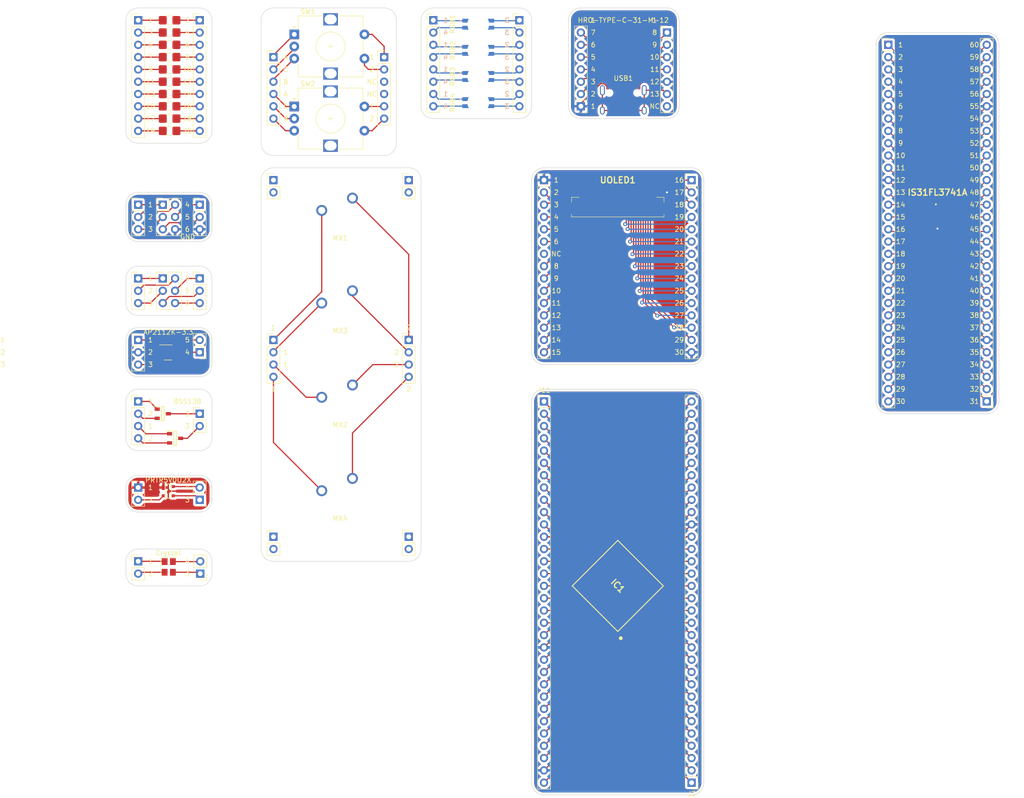
<source format=kicad_pcb>
(kicad_pcb (version 20211014) (generator pcbnew)
  (layers (0 "F.Cu" signal) (31 "B.Cu" signal) (34 "B.Paste" user) (35 "F.Paste" user) (36 "B.SilkS" user "B.Silkscreen") (37 "F.SilkS" user "F.Silkscreen") (38 "B.Mask" user) (39 "F.Mask" user) (44 "Edge.Cuts" user))
  (net 0 "")
  (net 1 "Net-(G1-Pad1)")
  (net 2 "Net-(G1-Pad2)")
  (net 3 "Net-(G2-Pad1)")
  (net 4 "Net-(G2-Pad2)")
  (net 5 "Net-(G3-Pad1)")
  (net 6 "Net-(G3-Pad2)")
  (net 7 "Net-(G4-Pad1)")
  (net 8 "Net-(G4-Pad2)")
  (net 9 "Net-(G5-Pad1)")
  (net 10 "Net-(G5-Pad2)")
  (net 11 "Net-(G6-Pad1)")
  (net 12 "Net-(G6-Pad2)")
  (net 13 "Net-(G7-Pad1)")
  (net 14 "Net-(G7-Pad2)")
  (net 15 "Net-(G8-Pad1)")
  (net 16 "Net-(G8-Pad2)")
  (net 17 "Net-(G9-Pad1)")
  (net 18 "Net-(G9-Pad2)")
  (net 19 "Net-(G10-Pad1)")
  (net 20 "Net-(G10-Pad2)")
  (net 21 "Net-(IC1-Pad1)")
  (net 22 "Net-(IC1-Pad2)")
  (net 23 "Net-(IC1-Pad3)")
  (net 24 "Net-(IC1-Pad4)")
  (net 25 "Net-(IC1-Pad5)")
  (net 26 "Net-(IC1-Pad6)")
  (net 27 "Net-(IC1-Pad7)")
  (net 28 "Net-(IC1-Pad8)")
  (net 29 "Net-(IC1-Pad9)")
  (net 30 "Net-(IC1-Pad10)")
  (net 31 "Net-(IC1-Pad11)")
  (net 32 "Net-(IC1-Pad12)")
  (net 33 "Net-(IC1-Pad13)")
  (net 34 "Net-(IC1-Pad14)")
  (net 35 "Net-(IC1-Pad15)")
  (net 36 "Net-(IC1-Pad16)")
  (net 37 "Net-(IC1-Pad17)")
  (net 38 "Net-(IC1-Pad18)")
  (net 39 "Net-(IC1-Pad19)")
  (net 40 "Net-(IC1-Pad20)")
  (net 41 "Net-(IC1-Pad21)")
  (net 42 "GND_1")
  (net 43 "Net-(IC1-Pad23)")
  (net 44 "Net-(IC1-Pad24)")
  (net 45 "Net-(IC1-Pad25)")
  (net 46 "Net-(IC1-Pad26)")
  (net 47 "Net-(IC1-Pad27)")
  (net 48 "Net-(IC1-Pad28)")
  (net 49 "Net-(IC1-Pad29)")
  (net 50 "Net-(IC1-Pad30)")
  (net 51 "Net-(IC1-Pad31)")
  (net 52 "Net-(IC1-Pad32)")
  (net 53 "Net-(IC1-Pad33)")
  (net 54 "Net-(IC1-Pad34)")
  (net 55 "Net-(IC1-Pad35)")
  (net 56 "Net-(IC1-Pad36)")
  (net 57 "Net-(IC1-Pad37)")
  (net 58 "Net-(IC1-Pad38)")
  (net 59 "Net-(IC1-Pad39)")
  (net 60 "Net-(IC1-Pad40)")
  (net 61 "Net-(IC1-Pad41)")
  (net 62 "Net-(IC1-Pad42)")
  (net 63 "Net-(IC1-Pad43)")
  (net 64 "Net-(IC1-Pad44)")
  (net 65 "Net-(IC1-Pad45)")
  (net 66 "Net-(IC1-Pad46)")
  (net 67 "Net-(IC1-Pad47)")
  (net 68 "Net-(IC1-Pad48)")
  (net 69 "Net-(IC1-Pad49)")
  (net 70 "Net-(IC1-Pad50)")
  (net 71 "Net-(IC1-Pad51)")
  (net 72 "Net-(IC1-Pad52)")
  (net 73 "Net-(IC1-Pad54)")
  (net 74 "Net-(IC1-Pad55)")
  (net 75 "Net-(IC1-Pad56)")
  (net 76 "Net-(IC1-Pad57)")
  (net 77 "Net-(IC1-Pad58)")
  (net 78 "Net-(IC1-Pad59)")
  (net 79 "Net-(IC1-Pad60)")
  (net 80 "Net-(IC1-Pad61)")
  (net 81 "Net-(IC1-Pad62)")
  (net 82 "Net-(IC1-Pad64)")
  (net 83 "Net-(IC2-Pad1)")
  (net 84 "Net-(IC2-Pad2)")
  (net 85 "Net-(IC2-Pad3)")
  (net 86 "Net-(IC3-Pad1)")
  (net 87 "Net-(IC3-Pad2)")
  (net 88 "Net-(IC3-Pad3)")
  (net 89 "Net-(J1-Pad1)")
  (net 90 "Net-(J1-Pad2)")
  (net 91 "Net-(J1-Pad3)")
  (net 92 "Net-(J1-Pad4)")
  (net 93 "Net-(J1-Pad5)")
  (net 94 "Net-(J1-Pad6)")
  (net 95 "Net-(J1-Pad7)")
  (net 96 "Net-(J1-Pad8)")
  (net 97 "Net-(J1-Pad9)")
  (net 98 "Net-(J1-Pad10)")
  (net 99 "Net-(J5-Pad1)")
  (net 100 "Net-(J5-Pad2)")
  (net 101 "Net-(J5-Pad3)")
  (net 102 "Net-(J5-Pad4)")
  (net 103 "Net-(J5-Pad5)")
  (net 104 "GND_3")
  (net 105 "Net-(J5-Pad7)")
  (net 106 "Net-(J5-Pad8)")
  (net 107 "Net-(J5-Pad9)")
  (net 108 "Net-(J5-Pad10)")
  (net 109 "Net-(J6-Pad1)")
  (net 110 "Net-(J6-Pad2)")
  (net 111 "Net-(J7-Pad1)")
  (net 112 "Net-(J7-Pad2)")
  (net 113 "Net-(J8-Pad1)")
  (net 114 "Net-(J8-Pad2)")
  (net 115 "Net-(J8-Pad3)")
  (net 116 "Net-(J8-Pad4)")
  (net 117 "Net-(J8-Pad5)")
  (net 118 "Net-(J8-Pad6)")
  (net 119 "Net-(J9-Pad1)")
  (net 120 "Net-(J9-Pad2)")
  (net 121 "Net-(J9-Pad3)")
  (net 122 "Net-(J9-Pad4)")
  (net 123 "Net-(J10-Pad1)")
  (net 124 "Net-(J10-Pad2)")
  (net 125 "Net-(J10-Pad3)")
  (net 126 "Net-(J10-Pad4)")
  (net 127 "Net-(J13-Pad1)")
  (net 128 "Net-(J13-Pad2)")
  (net 129 "Net-(J13-Pad3)")
  (net 130 "Net-(J13-Pad4)")
  (net 131 "Net-(J13-Pad5)")
  (net 132 "Net-(J13-Pad6)")
  (net 133 "Net-(J13-Pad7)")
  (net 134 "Net-(J13-Pad8)")
  (net 135 "Net-(J14-Pad1)")
  (net 136 "Net-(J14-Pad2)")
  (net 137 "Net-(J14-Pad3)")
  (net 138 "Net-(J14-Pad4)")
  (net 139 "Net-(J14-Pad5)")
  (net 140 "Net-(J14-Pad6)")
  (net 141 "Net-(J14-Pad7)")
  (net 142 "Net-(J14-Pad8)")
  (net 143 "Net-(J16-Pad1)")
  (net 144 "GND_4")
  (net 145 "Net-(J16-Pad3)")
  (net 146 "Net-(J17-Pad1)")
  (net 147 "Net-(J17-Pad2)")
  (net 148 "Net-(J17-Pad3)")
  (net 149 "GND_2")
  (net 150 "Net-(J18-Pad2)")
  (net 151 "Net-(J18-Pad3)")
  (net 152 "Net-(J18-Pad4)")
  (net 153 "GND_5")
  (net 154 "Net-(J19-Pad2)")
  (net 155 "Net-(J20-Pad1)")
  (net 156 "Net-(J20-Pad2)")
  (net 157 "Net-(J23-Pad1)")
  (net 158 "Net-(J23-Pad2)")
  (net 159 "Net-(SW1-PadS1)")
  (net 160 "Net-(SW1-PadS2)")
  (net 161 "Net-(J25-Pad1)")
  (net 162 "Net-(J25-Pad2)")
  (net 163 "Net-(J25-Pad3)")
  (net 164 "GND_7")
  (net 165 "Net-(JOLED1-Pad2)")
  (net 166 "Net-(JOLED1-Pad3)")
  (net 167 "Net-(JOLED1-Pad4)")
  (net 168 "Net-(JOLED1-Pad5)")
  (net 169 "Net-(JOLED1-Pad6)")
  (net 171 "Net-(JOLED1-Pad8)")
  (net 172 "Net-(JOLED1-Pad9)")
  (net 173 "Net-(JOLED1-Pad10)")
  (net 174 "Net-(JOLED1-Pad11)")
  (net 175 "Net-(JOLED1-Pad12)")
  (net 176 "Net-(JOLED1-Pad13)")
  (net 177 "Net-(JOLED1-Pad14)")
  (net 178 "Net-(JOLED1-Pad15)")
  (net 179 "Net-(JOLED2-Pad1)")
  (net 180 "Net-(JOLED2-Pad2)")
  (net 181 "Net-(JOLED2-Pad3)")
  (net 182 "Net-(JOLED2-Pad4)")
  (net 183 "Net-(JOLED2-Pad5)")
  (net 184 "Net-(JOLED2-Pad6)")
  (net 185 "Net-(JOLED2-Pad7)")
  (net 186 "Net-(JOLED2-Pad8)")
  (net 187 "Net-(JOLED2-Pad9)")
  (net 188 "Net-(JOLED2-Pad10)")
  (net 189 "Net-(JOLED2-Pad11)")
  (net 190 "Net-(JOLED2-Pad12)")
  (net 191 "Net-(JOLED2-Pad13)")
  (net 192 "Net-(JOLED2-Pad14)")
  (net 194 "Net-(J25-Pad6)")
  (net 195 "Net-(J18-Pad6)")
  (net 196 "Net-(J18-Pad7)")
  (net 197 "Net-(J18-Pad5)")
  (net 198 "Net-(J25-Pad4)")
  (net 201 "Net-(SW2-PadS1)")
  (net 202 "Net-(SW2-PadS2)")
  (net 203 "Net-(J22-Pad4)")
  (net 204 "Net-(J22-Pad5)")
  (net 206 "GND_6")
  (net 207 "Net-(J26-Pad1)")
  (net 208 "Net-(J26-Pad2)")
  (net 209 "Net-(J26-Pad3)")
  (net 210 "Net-(J27-Pad4)")
  (net 211 "Net-(J27-Pad5)")
  (net 212 "Net-(J27-Pad6)")
  (net 221 "Net-(J1-Pad11)")
  (net 222 "Net-(J1-Pad13)")
  (net 223 "Net-(J1-Pad14)")
  (net 224 "Net-(J1-Pad15)")
  (net 225 "Net-(J1-Pad16)")
  (net 226 "Net-(J1-Pad17)")
  (net 227 "Net-(J1-Pad18)")
  (net 228 "Net-(J1-Pad19)")
  (net 229 "Net-(J1-Pad20)")
  (net 230 "Net-(J1-Pad21)")
  (net 231 "Net-(J1-Pad22)")
  (net 232 "Net-(J1-Pad23)")
  (net 233 "Net-(J1-Pad24)")
  (net 234 "Net-(J1-Pad25)")
  (net 235 "Net-(J1-Pad26)")
  (net 236 "Net-(J1-Pad27)")
  (net 237 "Net-(J1-Pad28)")
  (net 238 "Net-(J1-Pad29)")
  (net 239 "Net-(J1-Pad30)")
  (net 240 "Net-(J5-Pad11)")
  (net 241 "Net-(J5-Pad12)")
  (net 242 "Net-(J5-Pad13)")
  (net 243 "Net-(J5-Pad14)")
  (net 244 "Net-(J5-Pad15)")
  (net 245 "Net-(J5-Pad16)")
  (net 246 "Net-(J5-Pad17)")
  (net 247 "Net-(J5-Pad18)")
  (net 248 "Net-(J5-Pad19)")
  (net 249 "Net-(J5-Pad20)")
  (net 250 "Net-(J5-Pad21)")
  (net 251 "Net-(J5-Pad22)")
  (net 252 "Net-(J5-Pad23)")
  (net 253 "Net-(J5-Pad24)")
  (net 254 "Net-(J5-Pad26)")
  (net 255 "Net-(J5-Pad27)")
  (net 256 "Net-(J5-Pad28)")
  (net 257 "Net-(J5-Pad29)")
  (net 258 "Net-(J5-Pad30)")
  (footprint "Breadboard:Generic" (layer "F.Cu") (at 24.2454 22.86)
    (fp_text reference "G3" hide)
    (fp_text value "Generic_Small")
  )
  (footprint "Connector_PinHeader_2.54mm:PinHeader_1x04_P2.54mm_Vertical" (layer "F.Cu") (at 17.78 96.52)
    (fp_text reference "J15" hide)
    (fp_text value "Conn_01x04_Female")
  )
  (footprint "Breadboard:Generic" (layer "F.Cu") (at 24.2454 30.48)
    (fp_text reference "G6" hide)
    (fp_text value "Generic_Small")
  )
  (footprint "Connector_PinHeader_2.54mm:PinHeader_2x03_P2.54mm_Vertical" (layer "F.Cu") (at 22.86 55.88)
    (fp_text reference "J22" hide)
    (fp_text value "AVR-ISP-6")
  )
  (footprint "random-keyboard-parts:SOT143B" (layer "F.Cu") (at 24 115.05)
    (fp_text reference "U3" hide)
    (fp_text value "PRTR5V0U2X")
  )
  (footprint "Connector_PinHeader_2.54mm:PinHeader_1x10_P2.54mm_Vertical" (layer "F.Cu") (at 30.48 17.78)
    (fp_text reference "J4" hide)
    (fp_text value "Conn_01x10_Female")
  )
  (footprint "Connector_PinHeader_2.54mm:PinHeader_1x30_P2.54mm_Vertical" (layer "F.Cu") (at 172.72 22.86)
    (fp_text reference "J1" hide)
    (fp_text value "Conn_01x30_Female")
  )
  (footprint "Connector_PinHeader_2.54mm:PinHeader_1x04_P2.54mm_Vertical" (layer "F.Cu") (at 73.66 83.82)
    (fp_text reference "J9" hide)
    (fp_text value "Conn_01x04_Female")
  )
  (footprint "SamacSys_Parts:QFN40P700X700X80-61N-D" (layer "F.Cu") (at 182.88 60.96 -45)
    (fp_text reference "U1" hide)
    (fp_text value "IS31FL3741A")
  )
  (footprint "SamacSys_Parts:SOT95P240X120-3N" (layer "F.Cu") (at 22.86 99.06)
    (fp_text reference "IC2" hide)
    (fp_text value "BSS138")
  )
  (footprint "Connector_PinHeader_2.54mm:PinHeader_1x03_P2.54mm_Vertical" (layer "F.Cu") (at 17.78 83.82)
    (fp_text reference "J16" hide)
    (fp_text value "Conn_01x03_Female")
  )
  (footprint "SamacSys_Parts:SOT95P240X120-3N" (layer "F.Cu") (at 25.4 104.14)
    (fp_text reference "IC3" hide)
    (fp_text value "BSS138" hide)
  )
  (footprint "Connector_PinHeader_2.54mm:PinHeader_1x02_P2.54mm_Vertical" (layer "F.Cu") (at 17.78 129.54)
    (fp_text reference "J6" hide)
    (fp_text value "Conn_01x02_Female")
  )
  (footprint "Connector_PinHeader_2.54mm:PinHeader_1x08_P2.54mm_Vertical" (layer "F.Cu") (at 78.74 17.78)
    (fp_text reference "J13" hide)
    (fp_text value "Conn_01x08_Female")
  )
  (footprint "Connector_PinHeader_2.54mm:PinHeader_1x02_P2.54mm_Vertical" (layer "F.Cu") (at 45.72 124.46)
    (fp_text reference "J31" hide)
    (fp_text value "Conn_01x02_Female")
  )
  (footprint "Connector_PinHeader_2.54mm:PinHeader_1x02_P2.54mm_Vertical" (layer "F.Cu") (at 73.66 50.8)
    (fp_text reference "J30" hide)
    (fp_text value "Conn_01x02_Female")
  )
  (footprint "Connector_PinHeader_2.54mm:PinHeader_1x10_P2.54mm_Vertical" (layer "F.Cu") (at 17.78 17.78)
    (fp_text reference "J2" hide)
    (fp_text value "Conn_01x10_Female")
  )
  (footprint "Breadboard:Generic" (layer "F.Cu") (at 24.2454 27.94)
    (fp_text reference "G5" hide)
    (fp_text value "Generic_Small")
  )
  (footprint "Connector_PinHeader_2.54mm:PinHeader_1x02_P2.54mm_Vertical" (layer "F.Cu") (at 73.66 124.46)
    (fp_text reference "J32" hide)
    (fp_text value "Conn_01x02_Female")
  )
  (footprint "Rotary_Encoder:RotaryEncoder_Alps_EC12E-Switch_Vertical_H20mm" (layer "F.Cu") (at 50.02 20.7)
    (fp_text reference "SW1")
    (fp_text value "RotaryEncoder_Switch")
  )
  (footprint "Connector_PinHeader_2.54mm:PinHeader_2x03_P2.54mm_Vertical" (layer "F.Cu") (at 22.86 71.12)
    (fp_text reference "J27" hide)
    (fp_text value "Conn_02x03_Counter_Clockwise")
  )
  (footprint "Connector_PinHeader_2.54mm:PinHeader_1x07_P2.54mm_Vertical" (layer "F.Cu") (at 109.22 35.56 180)
    (fp_text reference "J18" hide)
    (fp_text value "Conn_01x07_Female")
  )
  (footprint "Connector_PinHeader_2.54mm:PinHeader_1x03_P2.54mm_Vertical" (layer "F.Cu") (at 30.48 55.88)
    (fp_text reference "J24" hide)
    (fp_text value "Conn_01x03_Female")
  )
  (footprint "SamacSys_Parts:MXOnly-1U-NoLED_3Pins" (layer "F.Cu") (at 59.5 59.6)
    (fp_text reference "MX1")
    (fp_text value "MX-NoLED")
  )
  (footprint "Connector_PinHeader_2.54mm:PinHeader_1x04_P2.54mm_Vertical" (layer "F.Cu") (at 45.72 83.82)
    (fp_text reference "J10" hide)
    (fp_text value "Conn_01x04_Female")
  )
  (footprint "Connector_PinHeader_2.54mm:PinHeader_1x30_P2.54mm_Vertical" (layer "F.Cu") (at 193.04 96.52 180)
    (fp_text reference "J5" hide)
    (fp_text value "Conn_01x30_Female")
  )
  (footprint "Breadboard:Generic" (layer "F.Cu") (at 24.2454 40.64)
    (fp_text reference "G10" hide)
    (fp_text value "Generic_Small")
  )
  (footprint "Crystal:Crystal_SMD_3225-4Pin_3.2x2.5mm" (layer "F.Cu") (at 24.1 130.7 -90)
    (fp_text reference "Y1" hide)
    (fp_text value "Crystal")
  )
  (footprint "Breadboard:Generic" (layer "F.Cu") (at 24.2454 33.02)
    (fp_text reference "G7" hide)
    (fp_text value "Generic_Small")
  )
  (footprint "Package_TO_SOT_SMD:SOT-23-5" (layer "F.Cu") (at 24 86.4)
    (fp_text reference "U2" hide)
    (fp_text value "AP2112K-3.3")
  )
  (footprint "Breadboard:Generic" (layer "F.Cu") (at 24.2454 25.4)
    (fp_text reference "G4" hide)
    (fp_text value "Generic_Small")
  )
  (footprint "SamacSys_Parts:AT90USB1286-AU" (layer "F.Cu") (at 116.84 134.62 135)
    (fp_text reference "IC1")
    (fp_text value "AT90USB1286-AU" hide)
  )
  (footprint "Connector_PinHeader_2.54mm:PinHeader_1x07_P2.54mm_Vertical" (layer "F.Cu") (at 127 20.32)
    (fp_text reference "J25" hide)
    (fp_text value "Conn_01x07_Female")
  )
  (footprint "SamacSys_Parts:MXOnly-1U-NoLED_3Pins" (layer "F.Cu") (at 59.5 78.74)
    (fp_text reference "MX3")
    (fp_text value "MX-NoLED")
  )
  (footprint "Breadboard:Generic" (layer "F.Cu") (at 24.2454 35.56)
    (fp_text reference "G8" hide)
    (fp_text value "Generic_Small")
  )
  (footprint "Breadboard:Generic" (layer "F.Cu") (at 24.2454 20.32)
    (fp_text reference "G2" hide)
    (fp_text value "Generic_Small")
  )
  (footprint "Connector_PinHeader_2.54mm:PinHeader_1x08_P2.54mm_Vertical" (layer "F.Cu") (at 96.52 17.78)
    (fp_text reference "J14" hide)
    (fp_text value "Conn_01x08_Female")
  )
  (footprint "Connector_PinHeader_2.54mm:PinHeader_1x32_P2.54mm_Vertical" (layer "F.Cu") (at 132.08 175.26 180)
    (fp_text reference "J3")
    (fp_text value "Conn_01x32_Female")
  )
  (footprint "SamacSys_Parts:5051103091" (layer "F.Cu") (at 116.84 55.88)
    (fp_text reference "UOLED1")
    (fp_text value "UG-2864HSWEG01" hide)
  )
  (footprint "Breadboard:Generic" (layer "F.Cu") (at 24.2454 38.1)
    (fp_text reference "G9" hide)
    (fp_text value "Generic_Small")
  )
  (footprint "Connector_PinHeader_2.54mm:PinHeader_1x02_P2.54mm_Vertical" (layer "F.Cu") (at 45.72 50.8)
    (fp_text reference "J29" hide)
    (fp_text value "Conn_01x02_Female")
  )
  (footprint "SamacSys_Parts:MXOnly-1U-NoLED_3Pins" (layer "F.Cu") (at 59.5 98.2)
    (fp_text reference "MX2")
    (fp_text value "MX-NoLED")
  )
  (footprint "Connector_PinHeader_2.54mm:PinHeader_1x03_P2.54mm_Vertical" (layer "F.Cu") (at 17.78 71.12)
    (fp_text reference "J26" hide)
    (fp_text value "Conn_01x03_Female")
  )
  (footprint "Connector_PinHeader_2.54mm:PinHeader_1x02_P2.54mm_Vertical" (layer "F.Cu") (at 30.6 132.08 180)
    (fp_text reference "J7" hide)
    (fp_text value "Conn_01x02_Female")
  )
  (footprint "Connector_PinHeader_2.54mm:PinHeader_1x06_P2.54mm_Vertical" (layer "F.Cu") (at 45.72 25.4)
    (fp_text reference "J8" hide)
    (fp_text value "Conn_01x06_Female")
  )
  (footprint "Connector_PinHeader_2.54mm:PinHeader_1x15_P2.54mm_Vertical" (layer "F.Cu") (at 132.08 50.805)
    (fp_text reference "JOLED2" hide)
    (fp_text value "Conn_01x15_Female")
  )
  (footprint "Connector_PinHeader_2.54mm:PinHeader_1x15_P2.54mm_Vertical" (layer "F.Cu") (at 101.6 50.8)
    (fp_text reference "JOLED1" hide)
    (fp_text value "Conn_01x15_Female")
  )
  (footprint "Connector_PinHeader_2.54mm:PinHeader_1x32_P2.54mm_Vertical" (layer "F.Cu") (at 101.6 96.52)
    (fp_text reference "J11")
    (fp_text value "Conn_01x32_Female")
  )
  (footprint "Type-C:HRO-TYPE-C-31-M-12" (layer "F.Cu") (at 117.98 39.025)
    (fp_text reference "USB1")
    (fp_text value "HRO-TYPE-C-31-M-12")
  )
  (footprint "Connector_PinHeader_2.54mm:PinHeader_1x06_P2.54mm_Vertical" (layer "F.Cu") (at 68.58 25.4)
    (fp_text reference "J12" hide)
    (fp_text value "Conn_01x06_Female")
  )
  (footprint "SamacSys_Parts:MXOnly-1U-NoLED_3Pins" (layer "F.Cu") (at 59.5 117.5)
    (fp_text reference "MX4")
    (fp_text value "MX-NoLED")
  )
  (footprint "Breadboard:Generic" (layer "F.Cu") (at 24.2454 17.78)
    (fp_text reference "G1" hide)
    (fp_text value "Generic_Small")
  )
  (footprint "Connector_PinHeader_2.54mm:PinHeader_1x02_P2.54mm_Vertical" (layer "F.Cu") (at 30.48 116.84 180)
    (fp_text reference "J23" hide)
    (fp_text value "Conn_01x02_Female")
  )
  (footprint "Connector_PinHeader_2.54mm:PinHeader_1x03_P2.54mm_Vertical" (layer "F.Cu") (at 30.48 71.12)
    (fp_text reference "J28" hide)
    (fp_text value "Conn_01x03_Female")
  )
  (footprint "Connector_PinHeader_2.54mm:PinHeader_1x03_P2.54mm_Vertical" (layer "F.Cu") (at 17.78 55.88)
    (fp_text reference "J17" hide)
    (fp_text value "Conn_01x03_Female")
  )
  (footprint "Connector_PinHeader_2.54mm:PinHeader_1x02_P2.54mm_Vertical" (layer "F.Cu") (at 30.48 99.06)
    (fp_text reference "J21" hide)
    (fp_text value "Conn_01x02_Female")
  )
  (footprint "Connector_PinHeader_2.54mm:PinHeader_1x02_P2.54mm_Vertical" (layer "F.Cu") (at 17.78 114.3)
    (fp_text reference "J19" hide)
    (fp_text value "Conn_01x02_Female")
  )
  (footprint "Rotary_Encoder:RotaryEncoder_Alps_EC12E-Switch_Vertical_H20mm" (layer "F.Cu") (at 50.01 35.6)
    (fp_text reference "SW2")
    (fp_text value "RotaryEncoder_Switch")
  )
  (footprint "Connector_PinHeader_2.54mm:PinHeader_1x02_P2.54mm_Vertical" (layer "F.Cu") (at 30.48 86.36 180)
    (fp_text reference "J20" hide)
    (fp_text value "Conn_01x02_Female")
  )
  (footprint "SamacSys_Parts:QBLP677R-RGB" (layer "B.Cu") (at 88.02 34.8 180)
    (fp_text reference "RGB4")
    (fp_text value "LED_BGRA" hide)
  )
  (footprint "SamacSys_Parts:QBLP677R-RGB" (layer "B.Cu") (at 88.02 18.6 180)
    (fp_text reference "RGB1")
    (fp_text value "LED_BGRA" hide)
  )
  (footprint "SamacSys_Parts:QBLP677R-RGB" (layer "B.Cu") (at 88.02 29.4 180)
    (fp_text reference "RGB3")
    (fp_text value "LED_BGRA" hide)
  )
  (footprint "SamacSys_Parts:QBLP677R-RGB" (layer "B.Cu") (at 88.02 24 180)
    (fp_text reference "RGB2")
    (fp_text value "LED_BGRA" hide)
  )
  (gr_line locked (start 15.24 83.82) (end 15.24 88.9) (layer "Edge.Cuts") (width 0.1))
  (gr_arc locked (start 15.24 114.3) (mid 15.983949 112.503949) (end 17.78 111.76) (layer "Edge.Cuts") (width 0.1))
  (gr_line locked (start 78.74 38.1) (end 96.52 38.1) (layer "Edge.Cuts") (width 0.1))
  (gr_line locked (start 17.78 106.68) (end 30.480001 106.680001) (layer "Edge.Cuts") (width 0.1))
  (gr_line locked (start 30.48 53.34) (end 17.78 53.34) (layer "Edge.Cuts") (width 0.1))
  (gr_line locked (start 17.78 91.44) (end 30.48 91.44) (layer "Edge.Cuts") (width 0.1))
  (gr_line locked (start 71.120001 43.180001) (end 71.12 17.779999) (layer "Edge.Cuts") (width 0.1))
  (gr_line locked (start 43.18 50.8) (end 43.18 127) (layer "Edge.Cuts") (width 0.1))
  (gr_line locked (start 33.02 132.08) (end 33.02 129.54) (layer "Edge.Cuts") (width 0.1))
  (gr_arc locked (start 17.78 134.62) (mid 15.983949 133.876051) (end 15.24 132.08) (layer "Edge.Cuts") (width 0.1))
  (gr_line locked (start 33.019999 76.2) (end 33.019999 71.12) (layer "Edge.Cuts") (width 0.1))
  (gr_line locked (start 127 15.24) (end 109.22 15.24) (layer "Edge.Cuts") (width 0.1))
  (gr_arc locked (start 17.779999 43.180001) (mid 15.983948 42.436052) (end 15.239999 40.640001) (layer "Edge.Cuts") (width 0.1))
  (gr_line locked (start 30.480001 93.979999) (end 17.78 93.98) (layer "Edge.Cuts") (width 0.1))
  (gr_line locked (start 132.08 48.26) (end 101.6 48.26) (layer "Edge.Cuts") (width 0.1))
  (gr_line locked (start 73.66 48.26) (end 45.72 48.26) (layer "Edge.Cuts") (width 0.1))
  (gr_arc locked (start 99.06 50.8) (mid 99.803949 49.003949) (end 101.6 48.26) (layer "Edge.Cuts") (width 0.1))
  (gr_arc locked (start 33.02 88.9) (mid 32.276051 90.696051) (end 30.48 91.44) (layer "Edge.Cuts") (width 0.1))
  (gr_arc locked (start 106.68 17.78) (mid 107.423949 15.983949) (end 109.22 15.24) (layer "Edge.Cuts") (width 0.1))
  (gr_line locked (start 15.239999 71.12) (end 15.239999 76.2) (layer "Edge.Cuts") (width 0.1))
  (gr_arc locked (start 76.2 17.78) (mid 76.943949 15.983949) (end 78.74 15.24) (layer "Edge.Cuts") (width 0.1))
  (gr_line locked (start 99.06 175.26) (end 99.06 96.52) (layer "Edge.Cuts") (width 0.1))
  (gr_arc locked (start 30.479999 68.579999) (mid 32.27605 69.323948) (end 33.019999 71.119999) (layer "Edge.Cuts") (width 0.1))
  (gr_arc locked (start 15.24 17.78) (mid 15.983949 15.983949) (end 17.78 15.24) (layer "Edge.Cuts") (width 0.1))
  (gr_line locked (start 17.779999 43.180001) (end 30.480001 43.180001) (layer "Edge.Cuts") (width 0.1))
  (gr_line locked (start 193.04 20.32) (end 172.72 20.32) (layer "Edge.Cuts") (width 0.1))
  (gr_arc locked (start 30.479999 81.28) (mid 32.27605 82.023949) (end 33.019999 83.82) (layer "Edge.Cuts") (width 0.1))
  (gr_arc locked (start 99.06 35.56) (mid 98.316051 37.356051) (end 96.52 38.1) (layer "Edge.Cuts") (width 0.1))
  (gr_arc locked (start 15.239999 71.12) (mid 15.983948 69.323949) (end 17.779999 68.58) (layer "Edge.Cuts") (width 0.1))
  (gr_line locked (start 45.72 45.72) (end 68.580001 45.720001) (layer "Edge.Cuts") (width 0.1))
  (gr_line locked (start 45.72 129.54) (end 73.66 129.54) (layer "Edge.Cuts") (width 0.1))
  (gr_arc locked (start 33.020001 40.640001) (mid 32.276052 42.436052) (end 30.480001 43.180001) (layer "Edge.Cuts") (width 0.1))
  (gr_arc locked (start 17.78 91.44) (mid 15.983949 90.696051) (end 15.24 88.9) (layer "Edge.Cuts") (width 0.1))
  (gr_arc locked (start 134.62 86.36) (mid 133.876051 88.156051) (end 132.08 88.9) (layer "Edge.Cuts") (width 0.1))
  (gr_arc locked (start 109.219999 38.100001) (mid 107.423948 37.356052) (end 106.679999 35.560001) (layer "Edge.Cuts") (width 0.1))
  (gr_arc locked (start 33.02 60.96) (mid 32.276051 62.756051) (end 30.48 63.5) (layer "Edge.Cuts") (width 0.1))
  (gr_arc locked (start 33.02 116.84) (mid 32.276051 118.636051) (end 30.48 119.38) (layer "Edge.Cuts") (width 0.1))
  (gr_line locked (start 15.24 114.3) (end 15.24 116.84) (layer "Edge.Cuts") (width 0.1))
  (gr_line locked (start 172.72 99.06) (end 193.04 99.06) (layer "Edge.Cuts") (width 0.1))
  (gr_arc locked (start 68.58 15.239999) (mid 70.376051 15.983948) (end 71.12 17.779999) (layer "Edge.Cuts") (width 0.1))
  (gr_line locked (start 17.78 119.38) (end 30.48 119.38) (layer "Edge.Cuts") (width 0.1))
  (gr_line locked (start 101.6 88.9) (end 132.08 88.9) (layer "Edge.Cuts") (width 0.1))
  (gr_line locked (start 99.06 50.8) (end 99.06 86.36) (layer "Edge.Cuts") (width 0.1))
  (gr_line locked (start 33.02 60.96) (end 33.02 55.88) (layer "Edge.Cuts") (width 0.1))
  (gr_arc locked (start 17.78 119.38) (mid 15.983949 118.636051) (end 15.24 116.84) (layer "Edge.Cuts") (width 0.1))
  (gr_arc locked (start 78.74 38.1) (mid 76.943949 37.356051) (end 76.2 35.56) (layer "Edge.Cuts") (width 0.1))
  (gr_line locked (start 30.480001 111.759999) (end 17.78 111.76) (layer "Edge.Cuts") (width 0.1))
  (gr_line locked (start 30.48 127) (end 17.78 127) (layer "Edge.Cuts") (width 0.1))
  (gr_line locked (start 99.06 35.56) (end 99.06 17.78) (layer "Edge.Cuts") (width 0.1))
  (gr_arc locked (start 15.24 129.54) (mid 15.983949 127.743949) (end 17.78 127) (layer "Edge.Cuts") (width 0.1))
  (gr_line locked (start 17.78 134.62) (end 30.48 134.62) (layer "Edge.Cuts") (width 0.1))
  (gr_line locked (start 30.479999 68.58) (end 17.779999 68.58) (layer "Edge.Cuts") (width 0.1))
  (gr_arc locked (start 15.24 55.88) (mid 15.983949 54.083949) (end 17.78 53.34) (layer "Edge.Cuts") (width 0.1))
  (gr_line locked (start 109.219999 38.100001) (end 127 38.1) (layer "Edge.Cuts") (width 0.1))
  (gr_arc locked (start 193.04 20.32) (mid 194.836051 21.063949) (end 195.58 22.86) (layer "Edge.Cuts") (width 0.1))
  (gr_arc locked (start 99.06 96.52) (mid 99.803949 94.723949) (end 101.6 93.98) (layer "Edge.Cuts") (width 0.1))
  (gr_arc locked (start 101.6 88.9) (mid 99.803949 88.156051) (end 99.06 86.36) (layer "Edge.Cuts") (width 0.1))
  (gr_arc locked (start 170.18 22.86) (mid 170.923949 21.063949) (end 172.72 20.32) (layer "Edge.Cuts") (width 0.1))
  (gr_arc locked (start 15.24 96.52) (mid 15.983949 94.723949) (end 17.78 93.98) (layer "Edge.Cuts") (width 0.1))
  (gr_arc locked (start 30.48 127) (mid 32.276051 127.743949) (end 33.02 129.54) (layer "Edge.Cuts") (width 0.1))
  (gr_arc locked (start 101.6 177.8) (mid 99.803949 177.056051) (end 99.06 175.26) (layer "Edge.Cuts") (width 0.1))
  (gr_line locked (start 132.08 177.8) (end 101.6 177.8) (layer "Edge.Cuts") (width 0.1))
  (gr_arc locked (start 132.08 48.26) (mid 133.876051 49.003949) (end 134.62 50.8) (layer "Edge.Cuts") (width 0.1))
  (gr_line locked (start 33.020001 40.640001) (end 33.020001 17.779999) (layer "Edge.Cuts") (width 0.1))
  (gr_arc locked (start 30.480001 15.239999) (mid 32.276052 15.983948) (end 33.020001 17.779999) (layer "Edge.Cuts") (width 0.1))
  (gr_arc locked (start 33.020001 104.140001) (mid 32.276052 105.936052) (end 30.480001 106.680001) (layer "Edge.Cuts") (width 0.1))
  (gr_arc locked (start 132.08 93.98) (mid 133.876051 94.723949) (end 134.62 96.52) (layer "Edge.Cuts") (width 0.1))
  (gr_arc locked (start 73.66 48.26) (mid 75.456051 49.003949) (end 76.2 50.8) (layer "Edge.Cuts") (width 0.1))
  (gr_line locked (start 33.020001 104.140001) (end 33.020001 96.519999) (layer "Edge.Cuts") (width 0.1))
  (gr_arc locked (start 17.78 106.68) (mid 15.983949 105.936051) (end 15.24 104.14) (layer "Edge.Cuts") (width 0.1))
  (gr_arc locked (start 17.78 63.5) (mid 15.983949 62.756051) (end 15.24 60.96) (layer "Edge.Cuts") (width 0.1))
  (gr_arc locked (start 127 15.24) (mid 128.796051 15.983949) (end 129.54 17.78) (layer "Edge.Cuts") (width 0.1))
  (gr_arc locked (start 134.62 175.26) (mid 133.876051 177.056051) (end 132.08 177.8) (layer "Edge.Cuts") (width 0.1))
  (gr_arc locked (start 33.019999 76.200001) (mid 32.27605 77.996052) (end 30.479999 78.740001) (layer "Edge.Cuts") (width 0.1))
  (gr_line locked (start 33.02 116.84) (end 33.020001 114.299999) (layer "Edge.Cuts") (width 0.1))
  (gr_arc locked (start 71.120001 43.180001) (mid 70.376052 44.976052) (end 68.580001 45.720001) (layer "Edge.Cuts") (width 0.1))
  (gr_line locked (start 30.479999 81.28) (end 17.78 81.28) (layer "Edge.Cuts") (width 0.1))
  (gr_arc locked (start 76.2 127) (mid 75.456051 128.796051) (end 73.66 129.54) (layer "Edge.Cuts") (width 0.1))
  (gr_arc locked (start 43.18 50.8) (mid 43.923949 49.003949) (end 45.72 48.26) (layer "Edge.Cuts") (width 0.1))
  (gr_line locked (start 76.2 127) (end 76.2 50.8) (layer "Edge.Cuts") (width 0.1))
  (gr_arc locked (start 30.480001 111.759999) (mid 32.276052 112.503948) (end 33.020001 114.299999) (layer "Edge.Cuts") (width 0.1))
  (gr_arc locked (start 172.72 99.06) (mid 170.923949 98.316051) (end 170.18 96.52) (layer "Edge.Cuts") (width 0.1))
  (gr_line locked (start 17.78 63.5) (end 30.48 63.5) (layer "Edge.Cuts") (width 0.1))
  (gr_line locked (start 106.68 17.78) (end 106.679999 35.560001) (layer "Edge.Cuts") (width 0.1))
  (gr_arc locked (start 129.54 35.56) (mid 128.796051 37.356051) (end 127 38.1) (layer "Edge.Cuts") (width 0.1))
  (gr_line locked (start 134.62 96.52) (end 134.62 175.26) (layer "Edge.Cuts") (width 0.1))
  (gr_arc locked (start 45.72 45.72) (mid 43.923949 44.976051) (end 43.18 43.18) (layer "Edge.Cuts") (width 0.1))
  (gr_arc locked (start 30.48 53.34) (mid 32.276051 54.083949) (end 33.02 55.88) (layer "Edge.Cuts") (width 0.1))
  (gr_arc locked (start 45.72 129.54) (mid 43.923949 128.796051) (end 43.18 127) (layer "Edge.Cuts") (width 0.1))
  (gr_line locked (start 15.24 55.88) (end 15.24 60.96) (layer "Edge.Cuts") (width 0.1))
  (gr_arc locked (start 30.480001 93.979999) (mid 32.276052 94.723948) (end 33.020001 96.519999) (layer "Edge.Cuts") (width 0.1))
  (gr_line locked (start 129.54 35.56) (end 129.54 17.78) (layer "Edge.Cuts") (width 0.1))
  (gr_line locked (start 195.58 96.52) (end 195.58 22.86) (layer "Edge.Cuts") (width 0.1))
  (gr_arc locked (start 96.52 15.24) (mid 98.316051 15.983949) (end 99.06 17.78) (layer "Edge.Cuts") (width 0.1))
  (gr_line locked (start 15.24 96.52) (end 15.24 104.14) (layer "Edge.Cuts") (width 0.1))
  (gr_line locked (start 170.18 22.86) (end 170.18 96.52) (layer "Edge.Cuts") (width 0.1))
  (gr_line locked (start 134.62 86.36) (end 134.62 50.8) (layer "Edge.Cuts") (width 0.1))
  (gr_line locked (start 15.24 129.54) (end 15.24 132.08) (layer "Edge.Cuts") (width 0.1))
  (gr_line locked (start 15.24 17.78) (end 15.24 40.64) (layer "Edge.Cuts") (width 0.1))
  (gr_line locked (start 96.52 15.24) (end 78.74 15.24) (layer "Edge.Cuts") (width 0.1))
  (gr_arc locked (start 17.779999 78.740001) (mid 15.983948 77.996052) (end 15.239999 76.200001) (layer "Edge.Cuts") (width 0.1))
  (gr_arc locked (start 33.02 132.08) (mid 32.276051 133.876051) (end 30.48 134.62) (layer "Edge.Cuts") (width 0.1))
  (gr_line locked (start 30.480001 15.239999) (end 17.78 15.24) (layer "Edge.Cuts") (width 0.1))
  (gr_arc locked (start 43.18 17.78) (mid 43.923949 15.983949) (end 45.72 15.24) (layer "Edge.Cuts") (width 0.1))
  (gr_line locked (start 68.58 15.239999) (end 45.72 15.24) (layer "Edge.Cuts") (width 0.1))
  (gr_line locked (start 76.2 17.78) (end 76.2 35.56) (layer "Edge.Cuts") (width 0.1))
  (gr_line locked (start 43.18 17.78) (end 43.18 43.18) (layer "Edge.Cuts") (width 0.1))
  (gr_line locked (start 101.6 93.98) (end 132.08 93.98) (layer "Edge.Cuts") (width 0.1))
  (gr_arc locked (start 15.24 83.82) (mid 15.983949 82.023949) (end 17.78 81.28) (layer "Edge.Cuts") (width 0.1))
  (gr_line locked (start 17.779999 78.740001) (end 30.479999 78.740001) (layer "Edge.Cuts") (width 0.1))
  (gr_line locked (start 33.02 88.9) (end 33.02 83.82) (layer "Edge.Cuts") (width 0.1))
  (gr_arc locked (start 195.58 96.52) (mid 194.836051 98.316051) (end 193.04 99.06) (layer "Edge.Cuts") (width 0.1))
  (gr_text "2" (at 93.98 17.78) (layer "B.SilkS") (effects (font (size 1 1)) (justify mirror)))
  (gr_text "2" (at 93.98 27.94) (layer "B.SilkS") (effects (font (size 1 1)) (justify mirror)))
  (gr_text "4" (at 81.28 20.32) (layer "B.SilkS") (effects (font (size 1 1)) (justify mirror)))
  (gr_text "4" (at 81.28 25.4) (layer "B.SilkS") (effects (font (size 1 1)) (justify mirror)))
  (gr_text "3" (at 93.98 35.56) (layer "B.SilkS") (effects (font (size 1 1)) (justify mirror)))
  (gr_text "4" (at 81.28 30.48) (layer "B.SilkS") (effects (font (size 1 1)) (justify mirror)))
  (gr_text "3" (at 93.98 30.48) (layer "B.SilkS") (effects (font (size 1 1)) (justify mirror)))
  (gr_text "1" (at 81.28 22.86) (layer "B.SilkS") (effects (font (size 1 1)) (justify mirror)))
  (gr_text "1" (at 81.28 33.02) (layer "B.SilkS") (effects (font (size 1 1)) (justify mirror)))
  (gr_text "3" (at 93.98 20.32) (layer "B.SilkS") (effects (font (size 1 1)) (justify mirror)))
  (gr_text "2" (at 93.98 33.02) (layer "B.SilkS") (effects (font (size 1 1)) (justify mirror)))
  (gr_text "1" (at 81.28 27.94) (layer "B.SilkS") (effects (font (size 1 1)) (justify mirror)))
  (gr_text "4" (at 81.28 35.56) (layer "B.SilkS") (effects (font (size 1 1)) (justify mirror)))
  (gr_text "1" (at 81.28 17.78) (layer "B.SilkS") (effects (font (size 1 1)) (justify mirror)))
  (gr_text "3" (at 93.98 25.4) (layer "B.SilkS") (effects (font (size 1 1)) (justify mirror)))
  (gr_text "2" (at 93.98 22.86) (layer "B.SilkS") (effects (font (size 1 1)) (justify mirror)))
  (gr_text "40" (at 190.5 73.66) (layer "F.SilkS") (effects (font (size 1 1))))
  (gr_text "18" (at 129.54 55.88) (layer "F.SilkS") (effects (font (size 1 1))))
  (gr_text "3" (at 20.32 20.32) (layer "F.SilkS") (effects (font (size 1 1))))
  (gr_text "2" (at 20.32 116.84) (layer "F.SilkS") (effects (font (size 1 1))))
  (gr_text "3" (at 175.26 27.94) (layer "F.SilkS") (effects (font (size 1 1))))
  (gr_text "1" (at 20.32 114.3) (layer "F.SilkS") (effects (font (size 1 1))))
  (gr_text "27" (at 175.26 88.9) (layer "F.SilkS") (effects (font (size 1 1))))
  (gr_text "C" (at 48.26 35.59) (layer "F.SilkS") (effects (font (size 1 1))))
  (gr_text "12" (at 124.46 30.48) (layer "F.SilkS") (effects (font (size 1 1))))
  (gr_text "21" (at 129.54 63.5) (layer "F.SilkS") (effects (font (size 1 1))))
  (gr_text "38" (at 190.5 78.74) (layer "F.SilkS") (effects (font (size 1 1))))
  (gr_text "2" (at 20.32 132.08) (layer "F.SilkS") (effects (font (size 1 1))))
  (gr_text "GND" (at 28 62.5) (layer "F.SilkS") (effects (font (size 1 1))))
  (gr_text "15" (at 175.26 58.42) (layer "F.SilkS") (effects (font (size 1 1))))
  (gr_text "2" (at 71.12 88.93) (layer "F.SilkS") (effects (font (size 1 1))))
  (gr_text "51" (at 190.5 45.72) (layer "F.SilkS") (effects (font (size 1 1))))
  (gr_text "5" (at 27.94 73.66) (layer "F.SilkS") (effects (font (size 1 1))))
  (gr_text "16" (at 27.94 35.56) (layer "F.SilkS") (effects (font (size 1 1))))
  (gr_text "3" (at 27.94 116.84) (layer "F.SilkS") (effects (font (size 1 1))))
  (gr_text "4" (at 27.94 129.54) (layer "F.SilkS") (effects (font (size 1 1))))
  (gr_text "3" (at 93.98 30.48) (layer "F.SilkS") (effects (font (size 1 1))))
  (gr_text "A" (at 48.26 33.05) (layer "F.SilkS") (effects (font (size 1 1))))
  (gr_text "48" (at 190.5 53.34) (layer "F.SilkS") (effects (font (size 1 1))))
  (gr_text "4" (at 27.94 86.36) (layer "F.SilkS") (effects (font (size 1 1))))
  (gr_text "7" (at 20.32 25.4) (layer "F.SilkS") (effects (font (size 1 1))))
  (gr_text "42" (at 190.5 68.58) (layer "F.SilkS") (effects (font (size 1 1))))
  (gr_text "23" (at 129.54 68.58) (layer "F.SilkS") (effects (font (size 1 1))))
  (gr_text "49" (at 190.5 50.8) (layer "F.SilkS") (effects (font (size 1 1))))
  (gr_text "55" (at 190.5 35.56) (layer "F.SilkS") (effects (font (size 1 1))))
  (gr_text "29" (at 129.54 83.82) (layer "F.SilkS") (effects (font (size 1 1))))
  (gr_text "4" (at 81.28 30.48) (layer "F.SilkS") (effects (font (size 1 1))))
  (gr_text "20" (at 175.26 71.12) (layer "F.SilkS") (effects (font (size 1 1))))
  (gr_text "1" (at 81.28 33.02) (layer "F.SilkS") (effects (font (size 1 1))))
  (gr_text "1" (at 20.32 83.82) (layer "F.SilkS") (effects (font (size 1 1))))
  (gr_text "25" (at 129.54 73.66) (layer "F.SilkS") (effects (font (size 1 1))))
  (gr_text "26" (at 175.26 86.36) (layer "F.SilkS") (effects (font (size 1 1))))
  (gr_text "10" (at 175.26 45.72) (layer "F.SilkS") (effects (font (size 1 1))))
  (gr_text "6" (at 111.76 22.86) (layer "F.SilkS") (effects (font (size 1 1))))
  (gr_text "2" (at -10.16 86.36) (layer "F.SilkS") (effects (font (size 1 1))))
  (gr_text "C" (at 48.26 27.97) (layer "F.SilkS") (effects (font (size 1 1))))
  (gr_text "13" (at 104.14 81.28) (layer "F.SilkS") (effects (font (size 1 1))))
  (gr_text "7" (at 111.76 20.32) (layer "F.SilkS") (effects (font (size 1 1))))
  (gr_text "1" (at 45.72 93.98) (layer "F.SilkS") (effects (font (size 1 1))))
  (gr_text "5" (at 27.94 83.82) (layer "F.SilkS") (effects (font (size 1 1))))
  (gr_text "3" (at 93.98 35.56) (layer "F.SilkS") (effects (font (size 1 1))))
  (gr_text "2" (at 20.32 86.36) (layer "F.SilkS") (effects (font (size 1 1))))
  (gr_text "1" (at 81.28 22.86) (layer "F.SilkS") (effects (font (size 1 1))))
  (gr_text "5" (at 175.26 33.02) (layer "F.SilkS") (effects (font (size 1 1))))
  (gr_text "2" (at 20.32 58.42) (layer "F.SilkS") (effects (font (size 1 1))))
  (gr_text "15" (at 20.32 35.56) (layer "F.SilkS") (effects (font (size 1 1))))
  (gr_text "22" (at 175.26 76.2) (layer "F.SilkS") (effects (font (size 1 1))))
  (gr_text "13" (at 175.26 53.34) (layer "F.SilkS") (effects (font (size 1 1))))
  (gr_text "2" (at 104.14 53.34) (layer "F.SilkS") (effects (font (size 1 1))))
  (gr_text "4" (at 27.94 114.3) (layer "F.SilkS") (effects (font (size 1 1))))
  (gr_text "1" (at 48.26 88.9) (layer "F.SilkS") (effects (font (size 1 1))))
  (gr_text "2" (at 175.26 25.4) (layer "F.SilkS") (effects (font (size 1 1))))
  (gr_text "3" (at -10.16 88.9) (layer "F.SilkS") (effects (font (size 1 1))))
  (gr_text "4" (at 111.76 27.94) (layer "F.SilkS") (effects (font (size 1 1))))
  (gr_text "29" (at 175.26 93.98) (layer "F.SilkS") (effects (font (size 1 1))))
  (gr_text "6" (at 175.26 35.56) (layer "F.SilkS") (effects (font (size 1 1))))
  (gr_text "5" (at 104.14 60.96) (layer "F.SilkS") (effects (font (size 1 1))))
  (gr_text "1" (at 20.32 71.12) (layer "F.SilkS") (effects (font (size 1 1))))
  (gr_text "8" (at 124.46 20.32) (layer "F.SilkS") (effects (font (size 1 1))))
  (gr_text "3" (at 111.76 30.48) (layer "F.SilkS") (effects (font (size 1 1))))
  (gr_text "50" (at 190.5 48.26) (layer "F.SilkS") (effects (font (size 1 1))))
  (gr_text "11" (at 20.32 30.48) (layer "F.SilkS") (effects (font (size 1 1))))
  (gr_text "A" (at 48.26 25.43) (layer "F.SilkS") (effects (font (size 1 1))))
  (gr_text "20" (at 27.94 40.64) (layer "F.SilkS") (effects (font (size 1 1))))
  (gr_text "1" (at 45.72 81.28) (layer "F.SilkS") (effects (font (size 1 1))))
  (gr_text "4" (at 81.28 35.56) (layer "F.SilkS") (effects (font (size 1 1))))
  (gr_text "45" (at 190.5 60.96) (layer "F.SilkS") (effects (font (size 1 1))))
  (gr_text "6" (at 104.14 63.5) (layer "F.SilkS") (effects (font (size 1 1))))
  (gr_text "9" (at 104.14 71.12) (layer "F.SilkS") (effects (font (size 1 1))))
  (gr_text "2" (at 66.04 38.13) (layer "F.SilkS") (effects (font (size 1 1))))
  (gr_text "1" (at 81.28 17.78) (layer "F.SilkS") (effects (font (size 1 1))))
  (gr_text "4" (at 81.28 25.4) (layer "F.SilkS") (effects (font (size 1 1))))
  (gr_text "2" (at 20.32 73.66) (layer "F.SilkS") (effects (font (size 1 1))))
  (gr_text "4" (at 81.28 20.32) (layer "F.SilkS") (effects (font (size 1 1))))
  (gr_text "11" (at 124.46 27.94) (layer "F.SilkS") (effects (font (size 1 1))))
  (gr_text "12" (at 104.14 78.74) (layer "F.SilkS") (effects (font (size 1 1))))
  (gr_text "7" (at 175.26 38.1) (layer "F.SilkS") (effects (font (size 1 1))))
  (gr_text "17" (at 20.32 38.1) (layer "F.SilkS") (effects (font (size 1 1))))
  (gr_text "21" (at 175.26 73.66) (layer "F.SilkS") (effects (font (size 1 1))))
  (gr_text "46" (at 190.5 58.42) (layer "F.SilkS") (effects (font (size 1 1))))
  (gr_text "44" (at 190.5 63.5) (layer "F.SilkS") (effects (font (size 1 1))))
  (gr_text "54" (at 190.5 38.1) (layer "F.SilkS") (effects (font (size 1 1))))
  (gr_text "2" (at 71.12 86.39) (layer "F.SilkS") (effects (font (size 1 1))))
  (gr_text "1" (at 111.76 35.56) (layer "F.SilkS") (effects (font (size 1 1))))
  (gr_text "14" (at 175.26 55.88) (layer "F.SilkS") (effects (font (size 1 1))))
  (gr_text "27" (at 129.54 78.74) (layer "F.SilkS") (effects (font (size 1 1))))
  (gr_text "9" (at 175.26 43.18) (layer "F.SilkS") (effects (font (size 1 1))))
  (gr_text "28" (at 175.26 91.44) (layer "F.SilkS") (effects (font (size 1 1))))
  (gr_text "14" (at 27.94 33.02) (layer "F.SilkS") (effects (font (size 1 1))))
  (gr_text "NC" (at 66.04 30.51) (layer "F.SilkS") (effects (font (size 1 1))))
  (gr_text "22" (at 129.54 66.04) (layer "F.SilkS") (effects (font (size 1 1))))
  (gr_text "32" (at 190.5 93.98) (layer "F.SilkS") (effects (font (size 1 1))))
  (gr_text "3" (at 27.94 99.06) (layer "F.SilkS") (effects (font (size 1 1))))
  (gr_text "4" (at 27.94 20.32) (layer "F.SilkS") (effects (font (size 1 1))))
  (gr_text "11" (at 175.26 48.26) (layer "F.SilkS") (effects (font (size 1 1))))
  (gr_text "5" (at 27.94 58.42) (layer "F.SilkS") (effects (font (size 1 1))))
  (gr_text "2" (at 27.94 17.78) (layer "F.SilkS") (effects (font (size 1 1))))
  (gr_text "2" (at 66.04 27.97) (layer "F.SilkS") (effects (font (size 1 1))))
  (gr_text "10" (at 104.14 73.66) (layer "F.SilkS") (effects (font (size 1 1))))
  (gr_text "43" (at 190.5 66.04) (layer "F.SilkS") (effects (font (size 1 1))))
  (gr_text "NC" (at 66.04 33.05) (layer "F.SilkS") (effects (font (size 1 1))))
  (gr_text "4" (at 175.26 30.48) (layer "F.SilkS") (effects (font (size 1 1))))
  (gr_text "13" (at 20.32 33.02) (layer "F.SilkS") (effects (font (size 1 1))))
  (gr_text "60" (at 190.5 22.86) (layer "F.SilkS") (effects (font (size 1 1))))
  (gr_text "30" (at 129.54 86.36) (layer "F.SilkS") (effects (font (size 1 1))))
  (gr_text "5" (at 111.76 25.4) (layer "F.SilkS") (effects (font (size 1 1))))
  (gr_text "1" (at 66.04 25.43) (layer "F.SilkS") (effects (font (size 1 1))))
  (gr_text "1" (at 124.46 17.78) (layer "F.SilkS") (effects (font (size 1 1))))
  (gr_text "41" (at 190.5 71.12) (layer "F.SilkS") (effects (font (size 1 1))))
  (gr_text "3" (at 104.14 55.88) (layer "F.SilkS") (effects (font (size 1 1))))
  (gr_text "39" (at 190.5 76.2) (layer "F.SilkS") (effects (font (size 1 1))))
  (gr_text "10" (at 27.94 27.94) (layer "F.SilkS") (effects (font (size 1 1))))
  (gr_text "NC" (at 124.46 35.56) (layer "F.SilkS") (effects (font (size 1 1))))
  (gr_text "24" (at 175.26 81.28) (layer "F.SilkS") (effects (font (size 1 1))))
  (gr_text "2" (at 73.66 93.98) (layer "F.SilkS") (effects (font (size 1 1))))
  (gr_text "47" (at 190.5 55.88) (layer "F.SilkS") (effects (font (size 1 1))))
  (gr_text "9" (at 20.32 27.94) (layer "F.SilkS") (effects (font (size 1 1))))
  (gr_text "B" (at 48.26 30.51) (layer "F.SilkS") (effects (font (size 1 1))))
  (gr_text "2" (at 93.98 22.86) (layer "F.SilkS") (effects (font (size 1 1))))
  (gr_text "13" (at 124.46 33.02) (layer "F.SilkS") (effects (font (size 1 1))))
  (gr_text "37" (at 190.5 81.28) (layer "F.SilkS") (effects (font (size 1 1))))
  (gr_text "2" (at 20.32 99.06) (layer "F.SilkS") (effects (font (size 1 1))))
  (gr_text "2" (at 93.98 17.78) (layer "F.SilkS") (effects (font (size 1 1))))
  (gr_text "52" (at 190.5 43.18) (layer "F.SilkS") (effects (font (size 1 1))))
  (gr_text "58" (at 190.5 27.94) (layer "F.SilkS") (effects (font (size 1 1))))
  (gr_text "1" (at 104.14 50.8) (layer "F.SilkS") (effects (font (size 1 1))))
  (gr_text "8" (at 175.26 40.64) (layer "F.SilkS") (effects (font (size 1 1))))
  (gr_text "57" (at 190.5 30.48) (layer "F.SilkS") (effects (font (size 1 1))))
  (gr_text "2" (at 93.98 27.94) (layer "F.SilkS") (effects (font (size 1 1))))
  (gr_text "12" (at 175.26 50.8) (layer "F.SilkS") (effects (font (size 1 1))))
  (gr_text "8" (at 104.14 68.58) (layer "F.SilkS") (effects (font (size 1 1))))
  (gr_text "1" (at 20.32 17.78) (layer "F.SilkS") (effects (font (size 1 1))))
  (gr_text "B" (at 48.26 38.13) (layer "F.SilkS") (effects (font (size 1 1))))
  (gr_text "9" (at 124.46 22.86) (layer "F.SilkS") (effects (font (size 1 1))))
  (gr_text "26" (at 129.54 76.2) (layer "F.SilkS") (effects (font (size 1 1))))
  (gr_text "17" (at 129.54 53.34) (layer "F.SilkS") (effects (font (size 1 1))))
  (gr_text "12" (at 27.94 30.48) (layer "F.SilkS") (effects (font (size 1 1))))
  (gr_text "3" (at 27.94 132.08) (layer "F.SilkS") (effects (font (size 1 1))))
  (gr_text "5" (at 20.32 22.86) (layer "F.SilkS") (effects (font (size 1 1))))
  (gr_text "2" (at 93.98 33.02) (layer "F.SilkS") (effects (font (size 1 1))))
  (gr_text "18" (at 27.94 38.1) (layer "F.SilkS") (effects (font (size 1 1))))
  (gr_text "31" (at 190.5 96.52) (layer "F.SilkS") (effects (font (size 1 1))))
  (gr_text "2" (at 111.76 33.02) (layer "F.SilkS") (effects (font (size 1 1))))
  (gr_text "1" (at 20.32 96.52) (layer "F.SilkS") (effects (font (size 1 1))))
  (gr_text "19" (at 175.26 68.58) (layer "F.SilkS") (effects (font (size 1 1))))
  (gr_text "1" (at 81.28 27.94) (layer "F.SilkS") (effects (font (size 1 1))))
  (gr_text "1" (at 20.32 55.88) (layer "F.SilkS") (effects (font (size 1 1))))
  (gr_text "3" (at 27.94 101.6) (layer "F.SilkS") (effects (font (size 1 1))))
  (gr_text "23" (at 175.26 78.74) (layer "F.SilkS") (effects (font (size 1 1))))
  (gr_text "6" (at 27.94 22.86) (layer "F.SilkS") (effects (font (size 1 1))))
  (gr_text "8" (at 27.94 25.4) (layer "F.SilkS") (effects (font (size 1 1))))
  (gr_text "28" (at 129.54 81.28) (layer "F.SilkS") (effects (font (size 1 1))))
  (gr_text "6" (at 27.94 60.96) (layer "F.SilkS") (effects (font (size 1 1))))
  (gr_text "19" (at 20.32 40.64) (layer "F.SilkS") (effects (font (size 1 1))))
  (gr_text "1" (at -10.16 83.82) (layer "F.SilkS") (effects (font (size 1 1))))
  (gr_text "3" (at 20.32 60.96) (layer "F.SilkS") (effects (font (size 1 1))))
  (gr_text "34" (at 190.5 88.9) (layer "F.SilkS") (effects (font (size 1 1))))
  (gr_text "1" (at 20.32 101.6) (layer "F.SilkS") (effects (font (size 1 1))))
  (gr_text "11" (at 104.14 76.2) (layer "F.SilkS") (effects (font (size 1 1))))
  (gr_text "3" (at 20.32 76.2) (layer "F.SilkS") (effects (font (size 1 1))))
  (gr_text "25" (at 175.26 83.82) (layer "F.SilkS") (effects (font (size 1 1))))
  (gr_text "15" (at 104.14 86.36) (layer "F.SilkS") (effects (font (size 1 1))))
  (gr_text "1" (at 175.26 22.86) (layer "F.SilkS") (effects (font (size 1 1))))
  (gr_text "6" (at 27.94 76.2) (layer "F.SilkS") (effects (font (size 1 1))))
  (gr_text "1" (at 48.26 86.36) (layer "F.SilkS") (effects (font (size 1 1))))
  (gr_text "14" (at 104.14 83.82) (layer "F.SilkS") (effects (font (size 1 1))))
  (gr_text "1" (at 111.76 17.78) (layer "F.SilkS") (effects (font (size 1 1))))
  (gr_text "10" (at 124.46 25.4) (layer "F.SilkS") (effects (font (size 1 1))))
  (gr_text "19" (at 129.54 58.42) (layer "F.SilkS") (effects (font (size 1 1))))
  (gr_text "16" (at 175.26 60.96) (layer "F.SilkS") (effects (font (size 1 1))))
  (gr_text "24" (at 129.54 71.12) (layer "F.SilkS") (effects (font (size 1 1))))
  (gr_text "2" (at 73.66 81.28) (layer "F.SilkS") (effects (font (size 1 1))))
  (gr_text "4" (at 104.14 58.42) (layer "F.SilkS") (effects (font (size 1 1))))
  (gr_text "3" (at 20.32 88.9) (layer "F.SilkS") (effects (font (size 1 1))))
  (gr_text "NC" (at 104.14 66.04) (layer "F.SilkS") (effects (font (size 1 1))))
  (gr_text "3" (at 93.98 20.32) (layer "F.SilkS") (effects (font (size 1 1))))
  (gr_text "1" (at 66.04 35.59) (layer "F.SilkS") (effects (font (size 1 1))))
  (gr_text "4" (at 27.94 71.12) (layer "F.SilkS") (effects (font (size 1 1))))
  (gr_text "18" (at 175.26 66.04) (layer "F.SilkS") (effects (font (size 1 1))))
  (gr_text "30" (at 175.26 96.52) (layer "F.SilkS") (effects (font (size 1 1))))
  (gr_text "35" (at 190.5 86.36) (layer "F.SilkS") (effects (font (size 1 1))))
  (gr_text "1" (at 20.32 129.54) (layer "F.SilkS") (effects (font (size 1 1))))
  (gr_text "36" (at 190.5 83.82) (layer "F.SilkS") (effects (font (size 1 1))))
  (gr_text "16" (at 129.54 50.8) (layer "F.SilkS") (effects (font (size 1 1))))
  (gr_text "59" (at 190.5 25.4) (layer "F.SilkS") (effects (font (size 1 1))))
  (gr_text "33" (at 190.5 91.44) (layer "F.SilkS") (effects (font (size 1 1))))
  (gr_text "4" (at 27.94 55.88) (layer "F.SilkS") (effects (font (size 1 1))))
  (gr_text "17" (at 175.26 63.5) (layer "F.SilkS") (effects (font (size 1 1))))
  (gr_text "3" (at 93.98 25.4) (layer "F.SilkS") (effects (font (size 1 1))))
  (gr_text "53" (at 190.5 40.64) (layer "F.SilkS") (effects (font (size 1 1))))
  (gr_text "56" (at 190.5 33.02) (layer "F.SilkS") (effects (font (size 1 1))))
  (gr_text "2" (at 20.32 104.14) (layer "F.SilkS") (effects (font (size 1 1))))
  (gr_text "20" (at 129.54 60.96) (layer "F.SilkS") (effects (font (size 1 1))))
  (segment locked (start 18.034 17.78) (end 22.8591 17.78) (width 0.25) (layer "F.Cu") (net 1))
  (segment locked (start 30.48 17.78) (end 25.6814 17.78) (width 0.25) (layer "F.Cu") (net 2))
  (segment locked (start 22.8591 20.32) (end 18.034 20.32) (width 0.25) (layer "F.Cu") (net 3))
  (segment locked (start 25.6814 20.32) (end 30.48 20.32) (width 0.25) (layer "F.Cu") (net 4))
  (segment locked (start 18.034 22.86) (end 22.8591 22.86) (width 0.25) (layer "F.Cu") (net 5))
  (segment locked (start 30.48 22.86) (end 25.6814 22.86) (width 0.25) (layer "F.Cu") (net 6))
  (segment locked (start 22.8591 25.4) (end 18.034 25.4) (width 0.25) (layer "F.Cu") (net 7))
  (segment locked (start 25.6814 25.4) (end 30.48 25.4) (width 0.25) (layer "F.Cu") (net 8))
  (segment locked (start 22.8591 27.94) (end 18.034 27.94) (width 0.25) (layer "F.Cu") (net 9))
  (segment locked (start 30.48 27.94) (end 25.6814 27.94) (width 0.25) (layer "F.Cu") (net 10))
  (segment locked (start 18.034 30.48) (end 22.8591 30.48) (width 0.25) (layer "F.Cu") (net 11))
  (segment locked (start 25.6814 30.48) (end 30.48 30.48) (width 0.25) (layer "F.Cu") (net 12))
  (segment locked (start 18.034 33.02) (end 22.8591 33.02) (width 0.25) (layer "F.Cu") (net 13))
  (segment locked (start 25.6814 33.02) (end 30.48 33.02) (width 0.25) (layer "F.Cu") (net 14))
  (segment locked (start 22.8591 35.56) (end 18.034 35.56) (width 0.25) (layer "F.Cu") (net 15))
  (segment locked (start 25.6814 35.56) (end 30.48 35.56) (width 0.25) (layer "F.Cu") (net 16))
  (segment locked (start 18.034 38.1) (end 22.8591 38.1) (width 0.25) (layer "F.Cu") (net 17))
  (segment locked (start 25.6814 38.1) (end 30.48 38.1) (width 0.25) (layer "F.Cu") (net 18))
  (segment locked (start 22.8591 40.64) (end 18.034 40.64) (width 0.25) (layer "F.Cu") (net 19))
  (segment locked (start 25.6814 40.64) (end 30.48 40.64) (width 0.25) (layer "F.Cu") (net 20))
  (segment locked (start 118.6 144.9) (end 118.6 161.78) (width 0.25) (layer "F.Cu") (net 21))
  (segment locked (start 118.068952 144.368952) (end 118.6 144.9) (width 0.25) (layer "F.Cu") (net 21))
  (segment locked (start 118.6 161.78) (end 132.08 175.26) (width 0.25) (layer "F.Cu") (net 21))
  (segment locked (start 118.068952 144.334233) (end 118.068952 144.368952) (width 0.25) (layer "F.Cu") (net 21))
  (segment locked (start 119.127095 159.767095) (end 132.08 172.72) (width 0.25) (layer "F.Cu") (net 22))
  (segment locked (start 118.634637 143.768548) (end 119.127095 144.261006) (width 0.25) (layer "F.Cu") (net 22))
  (segment locked (start 119.127095 144.261006) (end 119.127095 159.767095) (width 0.25) (layer "F.Cu") (net 22))
  (segment locked (start 119.200322 143.202862) (end 119.69278 143.69532) (width 0.25) (layer "F.Cu") (net 23))
  (segment locked (start 119.69278 143.69532) (end 119.69278 157.79278) (width 0.25) (layer "F.Cu") (net 23))
  (segment locked (start 119.69278 157.79278) (end 132.08 170.18) (width 0.25) (layer "F.Cu") (net 23))
  (segment locked (start 120.258465 155.818465) (end 132.08 167.64) (width 0.25) (layer "F.Cu") (net 24))
  (segment locked (start 120.258465 143.129634) (end 120.258465 155.818465) (width 0.25) (layer "F.Cu") (net 24))
  (segment locked (start 119.766008 142.637177) (end 120.258465 143.129634) (width 0.25) (layer "F.Cu") (net 24))
  (segment locked (start 120.824151 142.563949) (end 120.824151 153.844151) (width 0.25) (layer "F.Cu") (net 25))
  (segment locked (start 120.824151 153.844151) (end 132.08 165.1) (width 0.25) (layer "F.Cu") (net 25))
  (segment locked (start 120.331693 142.071491) (end 120.824151 142.563949) (width 0.25) (layer "F.Cu") (net 25))
  (segment locked (start 121.389836 141.998263) (end 121.389836 151.869836) (width 0.25) (layer "F.Cu") (net 26))
  (segment locked (start 120.897379 141.505806) (end 121.389836 141.998263) (width 0.25) (layer "F.Cu") (net 26))
  (segment locked (start 121.389836 151.869836) (end 132.08 162.56) (width 0.25) (layer "F.Cu") (net 26))
  (segment locked (start 121.955522 149.895522) (end 132.08 160.02) (width 0.25) (layer "F.Cu") (net 27))
  (segment locked (start 121.955522 141.432578) (end 121.955522 149.895522) (width 0.25) (layer "F.Cu") (net 27))
  (segment locked (start 121.463064 140.94012) (end 121.955522 141.432578) (width 0.25) (layer "F.Cu") (net 27))
  (segment locked (start 122.521207 147.921207) (end 132.08 157.48) (width 0.25) (layer "F.Cu") (net 28))
  (segment locked (start 122.521207 140.866892) (end 122.521207 147.921207) (width 0.25) (layer "F.Cu") (net 28))
  (segment locked (start 122.02875 140.374435) (end 122.521207 140.866892) (width 0.25) (layer "F.Cu") (net 28))
  (segment locked (start 123.1 145.96) (end 123.1 140.314315) (width 0.25) (layer "F.Cu") (net 29))
  (segment locked (start 132.08 154.94) (end 123.1 145.96) (width 0.25) (layer "F.Cu") (net 29))
  (segment locked (start 123.1 140.314315) (end 122.594435 139.80875) (width 0.25) (layer "F.Cu") (net 29))
  (segment locked (start 123.16012 139.243064) (end 123.652578 139.735522) (width 0.25) (layer "F.Cu") (net 30))
  (segment locked (start 123.652578 143.972578) (end 132.08 152.4) (width 0.25) (layer "F.Cu") (net 30))
  (segment locked (start 123.652578 139.735522) (end 123.652578 143.972578) (width 0.25) (layer "F.Cu") (net 30))
  (segment locked (start 124.218263 141.998263) (end 132.08 149.86) (width 0.25) (layer "F.Cu") (net 31))
  (segment locked (start 124.218263 139.169836) (end 124.218263 141.998263) (width 0.25) (layer "F.Cu") (net 31))
  (segment locked (start 123.725806 138.677379) (end 124.218263 139.169836) (width 0.25) (layer "F.Cu") (net 31))
  (segment locked (start 124.8 138.620202) (end 124.291491 138.111693) (width 0.25) (layer "F.Cu") (net 32))
  (segment locked (start 124.8 140.04) (end 124.8 138.620202) (width 0.25) (layer "F.Cu") (net 32))
  (segment locked (start 132.08 147.32) (end 124.8 140.04) (width 0.25) (layer "F.Cu") (net 32))
  (segment locked (start 132.08 144.78) (end 124.857177 137.557177) (width 0.25) (layer "F.Cu") (net 33))
  (segment locked (start 124.857177 137.557177) (end 124.857177 137.546008) (width 0.25) (layer "F.Cu") (net 33))
  (segment locked (start 130.68254 142.24) (end 132.08 142.24) (width 0.25) (layer "F.Cu") (net 34))
  (segment locked (start 125.422862 136.980322) (end 130.68254 142.24) (width 0.25) (layer "F.Cu") (net 34))
  (segment locked (start 129.273911 139.7) (end 132.08 139.7) (width 0.25) (layer "F.Cu") (net 35))
  (segment locked (start 125.988548 136.414637) (end 129.273911 139.7) (width 0.25) (layer "F.Cu") (net 35))
  (segment locked (start 126.554233 135.848952) (end 127.865281 137.16) (width 0.25) (layer "F.Cu") (net 36))
  (segment locked (start 127.865281 137.16) (end 132.08 137.16) (width 0.25) (layer "F.Cu") (net 36))
  (segment locked (start 127.8 134.636815) (end 127.816815 134.62) (width 0.25) (layer "F.Cu") (net 37))
  (segment locked (start 126.554233 133.391048) (end 127.8 134.636815) (width 0.25) (layer "F.Cu") (net 37))
  (segment locked (start 127.816815 134.62) (end 132.08 134.62) (width 0.25) (layer "F.Cu") (net 37))
  (segment locked (start 125.988548 132.825363) (end 126.733911 132.08) (width 0.25) (layer "F.Cu") (net 38))
  (segment locked (start 126.733911 132.08) (end 132.08 132.08) (width 0.25) (layer "F.Cu") (net 38))
  (segment locked (start 125.422862 132.259678) (end 128.14254 129.54) (width 0.25) (layer "F.Cu") (net 39))
  (segment locked (start 128.14254 129.54) (end 132.08 129.54) (width 0.25) (layer "F.Cu") (net 39))
  (segment locked (start 129.551169 127) (end 132.08 127) (width 0.25) (layer "F.Cu") (net 40))
  (segment locked (start 124.857177 131.693992) (end 129.551169 127) (width 0.25) (layer "F.Cu") (net 40))
  (segment locked (start 124.371693 131.128307) (end 131.04 124.46) (width 0.25) (layer "F.Cu") (net 41))
  (segment locked (start 131.04 124.46) (end 132.08 124.46) (width 0.25) (layer "F.Cu") (net 41))
  (segment locked (start 124.291491 131.128307) (end 124.371693 131.128307) (width 0.25) (layer "F.Cu") (net 41))
  (segment locked (start 123.725806 130.562621) (end 124.218263 130.070164) (width 0.25) (layer "F.Cu") (net 42))
  (segment locked (start 108.896051 138.604151) (end 109.388509 138.111693) (width 0.25) (layer "F.Cu") (net 42))
  (segment locked (start 115.045363 143.768548) (end 114.552905 144.261006) (width 0.25) (layer "F.Cu") (net 42))
  (segment locked (start 114.552905 144.261006) (end 114.552905 159.767095) (width 0.25) (layer "F.Cu") (net 42))
  (segment locked (start 124.218263 129.781737) (end 132.08 121.92) (width 0.25) (layer "F.Cu") (net 42))
  (segment locked (start 124.218263 130.070164) (end 124.218263 129.781737) (width 0.25) (layer "F.Cu") (net 42))
  (segment locked (start 108.896051 140.023949) (end 108.896051 138.604151) (width 0.25) (layer "F.Cu") (net 42))
  (segment locked (start 114.552905 159.767095) (end 101.6 172.72) (width 0.25) (layer "F.Cu") (net 42))
  (segment locked (start 101.6 147.32) (end 108.896051 140.023949) (width 0.25) (layer "F.Cu") (net 42))
  (segment locked (start 123.652578 129.504478) (end 123.652578 127.807422) (width 0.25) (layer "F.Cu") (net 43))
  (segment locked (start 123.16012 129.996936) (end 123.652578 129.504478) (width 0.25) (layer "F.Cu") (net 43))
  (segment locked (start 123.652578 127.807422) (end 132.08 119.38) (width 0.25) (layer "F.Cu") (net 43))
  (segment locked (start 122.594435 129.43125) (end 123.086893 128.938792) (width 0.25) (layer "F.Cu") (net 44))
  (segment locked (start 123.086893 128.938792) (end 123.086893 125.833107) (width 0.25) (layer "F.Cu") (net 44))
  (segment locked (start 123.086893 125.833107) (end 132.08 116.84) (width 0.25) (layer "F.Cu") (net 44))
  (segment locked (start 122.521207 128.373108) (end 122.02875 128.865565) (width 0.25) (layer "F.Cu") (net 45))
  (segment locked (start 122.521207 123.858793) (end 122.521207 128.373108) (width 0.25) (layer "F.Cu") (net 45))
  (segment locked (start 132.08 114.3) (end 122.521207 123.858793) (width 0.25) (layer "F.Cu") (net 45))
  (segment locked (start 121.955522 121.884478) (end 121.955522 127.807422) (width 0.25) (layer "F.Cu") (net 46))
  (segment locked (start 121.955522 127.807422) (end 121.463064 128.29988) (width 0.25) (layer "F.Cu") (net 46))
  (segment locked (start 132.08 111.76) (end 121.955522 121.884478) (width 0.25) (layer "F.Cu") (net 46))
  (segment locked (start 120.897379 127.734194) (end 121.389836 127.241737) (width 0.25) (layer "F.Cu") (net 47))
  (segment locked (start 121.389836 127.241737) (end 121.389836 119.910164) (width 0.25) (layer "F.Cu") (net 47))
  (segment locked (start 121.389836 119.910164) (end 132.08 109.22) (width 0.25) (layer "F.Cu") (net 47))
  (segment locked (start 120.331693 127.168509) (end 120.824151 126.676051) (width 0.25) (layer "F.Cu") (net 48))
  (segment locked (start 120.824151 117.935849) (end 132.08 106.68) (width 0.25) (layer "F.Cu") (net 48))
  (segment locked (start 120.824151 126.676051) (end 120.824151 117.935849) (width 0.25) (layer "F.Cu") (net 48))
  (segment locked (start 120.258465 115.961535) (end 132.08 104.14) (width 0.25) (layer "F.Cu") (net 49))
  (segment locked (start 120.258465 126.110366) (end 120.258465 115.961535) (width 0.25) (layer "F.Cu") (net 49))
  (segment locked (start 119.766008 126.602823) (end 120.258465 126.110366) (width 0.25) (layer "F.Cu") (net 49))
  (segment locked (start 119.69278 113.98722) (end 132.08 101.6) (width 0.25) (layer "F.Cu") (net 50))
  (segment locked (start 119.200322 126.037138) (end 119.69278 125.54468) (width 0.25) (layer "F.Cu") (net 50))
  (segment locked (start 119.69278 125.54468) (end 119.69278 113.98722) (width 0.25) (layer "F.Cu") (net 50))
  (segment locked (start 118.634637 125.471452) (end 119.127095 124.978994) (width 0.25) (layer "F.Cu") (net 51))
  (segment locked (start 119.127095 112.012905) (end 132.08 99.06) (width 0.25) (layer "F.Cu") (net 51))
  (segment locked (start 119.127095 124.978994) (end 119.127095 112.012905) (width 0.25) (layer "F.Cu") (net 51))
  (segment locked (start 118.6 111.6) (end 118.6 110) (width 0.25) (layer "F.Cu") (net 52))
  (segment locked (start 118.6 110) (end 132.08 96.52) (width 0.25) (layer "F.Cu") (net 52))
  (segment locked (start 118.6 124.374719) (end 118.068952 124.905767) (width 0.25) (layer "F.Cu") (net 52))
  (segment locked (start 118.6 111.6) (end 118.6 124.374719) (width 0.25) (layer "F.Cu") (net 52))
  (segment locked (start 115.11859 124.413309) (end 115.11859 110.08141) (width 0.25) (layer "F.Cu") (net 53))
  (segment locked (start 115.611048 124.905767) (end 115.11859 124.413309) (width 0.25) (layer "F.Cu") (net 53))
  (segment locked (start 101.6 96.56282) (end 115.11859 110.08141) (width 0.25) (layer "F.Cu") (net 53))
  (segment locked (start 101.6 96.52) (end 101.6 96.56282) (width 0.25) (layer "F.Cu") (net 53))
  (segment locked (start 114.552905 112.012905) (end 114.552905 124.978994) (width 0.25) (layer "F.Cu") (net 54))
  (segment locked (start 114.552905 124.978994) (end 115.045363 125.471452) (width 0.25) (layer "F.Cu") (net 54))
  (segment locked (start 101.6 99.06) (end 114.552905 112.012905) (width 0.25) (layer "F.Cu") (net 54))
  (segment locked (start 113.98722 113.98722) (end 101.6 101.6) (width 0.25) (layer "F.Cu") (net 55))
  (segment locked (start 113.98722 125.54468) (end 113.98722 113.98722) (width 0.25) (layer "F.Cu") (net 55))
  (segment locked (start 114.479678 126.037138) (end 113.98722 125.54468) (width 0.25) (layer "F.Cu") (net 55))
  (segment locked (start 113.421535 126.110366) (end 113.421535 115.961535) (width 0.25) (layer "F.Cu") (net 56))
  (segment locked (start 113.913992 126.602823) (end 113.421535 126.110366) (width 0.25) (layer "F.Cu") (net 56))
  (segment locked (start 113.421535 115.961535) (end 101.6 104.14) (width 0.25) (layer "F.Cu") (net 56))
  (segment locked (start 112.7 117.78) (end 101.6 106.68) (width 0.25) (layer "F.Cu") (net 57))
  (segment locked (start 113.348307 127.168509) (end 112.7 126.520202) (width 0.25) (layer "F.Cu") (net 57))
  (segment locked (start 112.7 126.520202) (end 112.7 117.78) (width 0.25) (layer "F.Cu") (net 57))
  (segment locked (start 112.25048 127.101093) (end 112.25048 119.87048) (width 0.25) (layer "F.Cu") (net 58))
  (segment locked (start 112.25048 119.87048) (end 101.6 109.22) (width 0.25) (layer "F.Cu") (net 58))
  (segment locked (start 112.782621 127.734194) (end 112.2 127.151573) (width 0.25) (layer "F.Cu") (net 58))
  (segment locked (start 112.2 127.151573) (end 112.25048 127.101093) (width 0.25) (layer "F.Cu") (net 58))
  (segment locked (start 111.724478 127.807422) (end 111.724478 121.884478) (width 0.25) (layer "F.Cu") (net 59))
  (segment locked (start 111.724478 121.884478) (end 101.6 111.76) (width 0.25) (layer "F.Cu") (net 59))
  (segment locked (start 112.216936 128.29988) (end 111.724478 127.807422) (width 0.25) (layer "F.Cu") (net 59))
  (segment locked (start 111.158793 123.858793) (end 101.6 114.3) (width 0.25) (layer "F.Cu") (net 60))
  (segment locked (start 111.65125 128.865565) (end 111.158793 128.373108) (width 0.25) (layer "F.Cu") (net 60))
  (segment locked (start 111.158793 128.373108) (end 111.158793 123.858793) (width 0.25) (layer "F.Cu") (net 60))
  (segment locked (start 111.085565 129.43125) (end 110.593107 128.938792) (width 0.25) (layer "F.Cu") (net 61))
  (segment locked (start 110.593107 125.833107) (end 101.6 116.84) (width 0.25) (layer "F.Cu") (net 61))
  (segment locked (start 110.593107 128.938792) (end 110.593107 125.833107) (width 0.25) (layer "F.Cu") (net 61))
  (segment locked (start 110.027422 129.504478) (end 110.027422 127.807422) (width 0.25) (layer "F.Cu") (net 62))
  (segment locked (start 110.027422 127.807422) (end 101.6 119.38) (width 0.25) (layer "F.Cu") (net 62))
  (segment locked (start 110.51988 129.996936) (end 110.027422 129.504478) (width 0.25) (layer "F.Cu") (net 62))
  (segment locked (start 109.954194 130.562621) (end 109.461737 130.070164) (width 0.25) (layer "F.Cu") (net 63))
  (segment locked (start 109.461737 129.781737) (end 101.6 121.92) (width 0.25) (layer "F.Cu") (net 63))
  (segment locked (start 109.461737 130.070164) (end 109.461737 129.781737) (width 0.25) (layer "F.Cu") (net 63))
  (segment locked (start 109.388509 131.128307) (end 102.720202 124.46) (width 0.25) (layer "F.Cu") (net 64))
  (segment locked (start 102.720202 124.46) (end 101.6 124.46) (width 0.25) (layer "F.Cu") (net 64))
  (segment locked (start 108.822823 131.693992) (end 104.128831 127) (width 0.25) (layer "F.Cu") (net 65))
  (segment locked (start 104.128831 127) (end 101.6 127) (width 0.25) (layer "F.Cu") (net 65))
  (segment locked (start 105.53746 129.54) (end 101.6 129.54) (width 0.25) (layer "F.Cu") (net 66))
  (segment locked (start 108.257138 132.259678) (end 105.53746 129.54) (width 0.25) (layer "F.Cu") (net 66))
  (segment locked (start 107.691452 132.825363) (end 106.946089 132.08) (width 0.25) (layer "F.Cu") (net 67))
  (segment locked (start 106.946089 132.08) (end 101.6 132.08) (width 0.25) (layer "F.Cu") (net 67))
  (segment locked (start 107.125767 133.391048) (end 105.896815 134.62) (width 0.25) (layer "F.Cu") (net 68))
  (segment locked (start 105.896815 134.62) (end 101.6 134.62) (width 0.25) (layer "F.Cu") (net 68))
  (segment locked (start 107.125767 135.848952) (end 107.125767 135.874233) (width 0.25) (layer "F.Cu") (net 69))
  (segment locked (start 107.125767 135.874233) (end 105.84 137.16) (width 0.25) (layer "F.Cu") (net 69))
  (segment locked (start 105.84 137.16) (end 101.6 137.16) (width 0.25) (layer "F.Cu") (net 69))
  (segment locked (start 104.406089 139.7) (end 101.6 139.7) (width 0.25) (layer "F.Cu") (net 70))
  (segment locked (start 107.691452 136.414637) (end 104.406089 139.7) (width 0.25) (layer "F.Cu") (net 70))
  (segment locked (start 102.99746 142.24) (end 101.6 142.24) (width 0.25) (layer "F.Cu") (net 71))
  (segment locked (start 108.257138 136.980322) (end 102.99746 142.24) (width 0.25) (layer "F.Cu") (net 71))
  (segment locked (start 108.822823 137.557177) (end 108.822823 137.546008) (width 0.25) (layer "F.Cu") (net 72))
  (segment locked (start 101.6 144.78) (end 108.822823 137.557177) (width 0.25) (layer "F.Cu") (net 72))
  (segment locked (start 109.461737 139.169836) (end 109.954194 138.677379) (width 0.25) (layer "F.Cu") (net 73))
  (segment locked (start 109.461737 141.998263) (end 109.461737 139.169836) (width 0.25) (layer "F.Cu") (net 73))
  (segment locked (start 101.6 149.86) (end 109.461737 141.998263) (width 0.25) (layer "F.Cu") (net 73))
  (segment locked (start 110.51988 139.243064) (end 110.027422 139.735522) (width 0.25) (layer "F.Cu") (net 74))
  (segment locked (start 110.027422 143.972578) (end 101.6 152.4) (width 0.25) (layer "F.Cu") (net 74))
  (segment locked (start 110.027422 139.735522) (end 110.027422 143.972578) (width 0.25) (layer "F.Cu") (net 74))
  (segment locked (start 110.593107 145.946893) (end 101.6 154.94) (width 0.25) (layer "F.Cu") (net 75))
  (segment locked (start 110.593107 140.301208) (end 110.593107 145.946893) (width 0.25) (layer "F.Cu") (net 75))
  (segment locked (start 111.085565 139.80875) (end 110.593107 140.301208) (width 0.25) (layer "F.Cu") (net 75))
  (segment locked (start 111.158793 140.866892) (end 111.65125 140.374435) (width 0.25) (layer "F.Cu") (net 76))
  (segment locked (start 111.158793 147.921207) (end 111.158793 140.866892) (width 0.25) (layer "F.Cu") (net 76))
  (segment locked (start 101.6 157.48) (end 111.158793 147.921207) (width 0.25) (layer "F.Cu") (net 76))
  (segment locked (start 111.724478 149.895522) (end 111.724478 141.432578) (width 0.25) (layer "F.Cu") (net 77))
  (segment locked (start 111.724478 141.432578) (end 112.216936 140.94012) (width 0.25) (layer "F.Cu") (net 77))
  (segment locked (start 101.6 160.02) (end 111.724478 149.895522) (width 0.25) (layer "F.Cu") (net 77))
  (segment locked (start 112.290164 141.998263) (end 112.782621 141.505806) (width 0.25) (layer "F.Cu") (net 78))
  (segment locked (start 101.6 162.56) (end 112.290164 151.869836) (width 0.25) (layer "F.Cu") (net 78))
  (segment locked (start 112.290164 151.869836) (end 112.290164 141.998263) (width 0.25) (layer "F.Cu") (net 78))
  (segment locked (start 112.855849 153.844151) (end 112.855849 142.563949) (width 0.25) (layer "F.Cu") (net 79))
  (segment locked (start 112.855849 142.563949) (end 113.348307 142.071491) (width 0.25) (layer "F.Cu") (net 79))
  (segment locked (start 101.6 165.1) (end 112.855849 153.844151) (width 0.25) (layer "F.Cu") (net 79))
  (segment locked (start 113.421535 143.129634) (end 113.913992 142.637177) (width 0.25) (layer "F.Cu") (net 80))
  (segment locked (start 113.421535 155.818465) (end 113.421535 143.129634) (width 0.25) (layer "F.Cu") (net 80))
  (segment locked (start 101.6 167.64) (end 113.421535 155.818465) (width 0.25) (layer "F.Cu") (net 80))
  (segment locked (start 114.479678 143.202862) (end 113.98722 143.69532) (width 0.25) (layer "F.Cu") (net 81))
  (segment locked (start 113.98722 143.69532) (end 113.98722 157.79278) (width 0.25) (layer "F.Cu") (net 81))
  (segment locked (start 113.98722 157.79278) (end 101.6 170.18) (width 0.25) (layer "F.Cu") (net 81))
  (segment locked (start 101.6 175.26) (end 115.03 161.83) (width 0.25) (layer "F.Cu") (net 82))
  (segment locked (start 115.565767 144.334233) (end 115.03 144.87) (width 0.25) (layer "F.Cu") (net 82))
  (segment locked (start 115.611048 144.334233) (end 115.565767 144.334233) (width 0.25) (layer "F.Cu") (net 82))
  (segment locked (start 115.03 144.87) (end 115.03 161.83) (width 0.25) (layer "F.Cu") (net 82))
  (segment locked (start 20.12 96.52) (end 21.71 98.11) (width 0.25) (layer "F.Cu") (net 83))
  (segment locked (start 17.78 96.52) (end 20.12 96.52) (width 0.25) (layer "F.Cu") (net 83))
  (segment locked (start 18.73 100.01) (end 17.78 99.06) (width 0.25) (layer "F.Cu") (net 84))
  (segment locked (start 21.71 100.01) (end 18.73 100.01) (width 0.25) (layer "F.Cu") (net 84))
  (segment locked (start 24.01 99.06) (end 30.48 99.06) (width 0.25) (layer "F.Cu") (net 85))
  (segment locked (start 19.37 103.19) (end 24.25 103.19) (width 0.25) (layer "F.Cu") (net 86))
  (segment locked (start 17.78 101.6) (end 19.37 103.19) (width 0.25) (layer "F.Cu") (net 86))
  (segment locked (start 18.73 105.09) (end 17.78 104.14) (width 0.25) (layer "F.Cu") (net 87))
  (segment locked (start 24.25 105.09) (end 18.73 105.09) (width 0.25) (layer "F.Cu") (net 87))
  (segment locked (start 27.94 104.14) (end 30.48 101.6) (width 0.25) (layer "F.Cu") (net 88))
  (segment locked (start 26.55 104.14) (end 27.94 104.14) (width 0.25) (layer "F.Cu") (net 88))
  (segment locked (start 182.12652 32.27348) (end 172.72 22.86696) (width 0.2) (layer "F.Cu") (net 89))
  (segment locked (start 182.12652 56.22652) (end 182.12652 32.27348) (width 0.2) (layer "F.Cu") (net 89))
  (segment locked (start 172.72 22.86696) (end 172.72 22.86) (width 0.2) (layer "F.Cu") (net 89))
  (segment locked (start 182.12652 32.27348) (end 182.13 32.27) (width 0.2) (layer "F.Cu") (net 89))
  (segment locked (start 182.420381 56.520381) (end 182.12652 56.22652) (width 0.2) (layer "F.Cu") (net 89))
  (segment locked (start 182.420381 56.540583) (end 182.420381 56.520381) (width 0.2) (layer "F.Cu") (net 89))
  (segment locked (start 182.137538 56.823425) (end 181.8 56.485887) (width 0.2) (layer "F.Cu") (net 90))
  (segment locked (start 181.8 34.48) (end 172.72 25.4) (width 0.2) (layer "F.Cu") (net 90))
  (segment locked (start 181.8 56.485887) (end 181.8 34.48) (width 0.2) (layer "F.Cu") (net 90))
  (segment locked (start 181.854695 57.106268) (end 181.47348 56.725053) (width 0.2) (layer "F.Cu") (net 91))
  (segment locked (start 181.47348 36.69348) (end 172.72 27.94) (width 0.2) (layer "F.Cu") (net 91))
  (segment locked (start 181.47348 56.725053) (end 181.47348 36.69348) (width 0.2) (layer "F.Cu") (net 91))
  (segment locked (start 181.1 56.917259) (end 181.1 38.86) (width 0.2) (layer "F.Cu") (net 92))
  (segment locked (start 181.1 38.86) (end 172.72 30.48) (width 0.2) (layer "F.Cu") (net 92))
  (segment locked (start 181.571852 57.389111) (end 181.1 56.917259) (width 0.2) (layer "F.Cu") (net 92))
  (segment locked (start 180.77348 57.156423) (end 180.77348 41.07348) (width 0.2) (layer "F.Cu") (net 93))
  (segment locked (start 181.28901 57.671953) (end 180.77348 57.156423) (width 0.2) (layer "F.Cu") (net 93))
  (segment locked (start 180.77348 41.07348) (end 172.72 33.02) (width 0.2) (layer "F.Cu") (net 93))
  (segment locked (start 180.44696 43.28696) (end 180.44696 44.65304) (width 0.2) (layer "F.Cu") (net 94))
  (segment locked (start 172.72 35.56) (end 180.44696 43.28696) (width 0.2) (layer "F.Cu") (net 94))
  (segment locked (start 181.006167 57.954796) (end 180.44696 57.395589) (width 0.2) (layer "F.Cu") (net 94))
  (segment locked (start 180.44696 57.395589) (end 180.44696 44.65304) (width 0.2) (layer "F.Cu") (net 94))
  (segment locked (start 180.723324 58.237639) (end 180.12044 57.634755) (width 0.2) (layer "F.Cu") (net 95))
  (segment locked (start 180.12044 45.50044) (end 172.72 38.1) (width 0.2) (layer "F.Cu") (net 95))
  (segment locked (start 180.12044 57.634755) (end 180.12044 45.50044) (width 0.2) (layer "F.Cu") (net 95))
  (segment locked (start 179.79392 57.87392) (end 180.440482 58.520482) (width 0.2) (layer "F.Cu") (net 96))
  (segment locked (start 172.72 40.64) (end 179.79392 47.71392) (width 0.2) (layer "F.Cu") (net 96))
  (segment locked (start 179.79392 47.71392) (end 179.79392 57.87392) (width 0.2) (layer "F.Cu") (net 96))
  (segment locked (start 179.44 49.9) (end 172.72 43.18) (width 0.2) (layer "F.Cu") (net 97))
  (segment locked (start 180.157639 58.803324) (end 179.4674 58.113085) (width 0.2) (layer "F.Cu") (net 97))
  (segment locked (start 179.4674 58.113085) (end 179.4674 49.9) (width 0.2) (layer "F.Cu") (net 97))
  (segment locked (start 179.4674 49.9) (end 179.44 49.9) (width 0.2) (layer "F.Cu") (net 97))
  (segment locked (start 179.14088 58.352251) (end 179.14088 52.14088) (width 0.2) (layer "F.Cu") (net 98))
  (segment locked (start 179.14088 52.14088) (end 172.72 45.72) (width 0.2) (layer "F.Cu") (net 98))
  (segment locked (start 179.874796 59.086167) (end 179.14088 58.352251) (width 0.2) (layer "F.Cu") (net 98))
  (segment locked (start 183.379417 65.379417) (end 185.9 67.9) (width 0.2) (layer "F.Cu") (net 99))
  (segment locked (start 183.339619 65.379417) (end 183.379417 65.379417) (width 0.2) (layer "F.Cu") (net 99))
  (segment locked (start 185.9 89.38) (end 193.04 96.52) (width 0.2) (layer "F.Cu") (net 99))
  (segment locked (start 185.9 67.9) (end 185.9 89.38) (width 0.2) (layer "F.Cu") (net 99))
  (segment locked (start 186.22652 87.2) (end 186.26 87.2) (width 0.2) (layer "F.Cu") (net 100))
  (segment locked (start 183.622462 65.096575) (end 183.622462 65.122462) (width 0.2) (layer "F.Cu") (net 100))
  (segment locked (start 186.22652 67.72652) (end 186.22652 87.2) (width 0.2) (layer "F.Cu") (net 100))
  (segment locked (start 183.622462 65.122462) (end 186.22652 67.72652) (width 0.2) (layer "F.Cu") (net 100))
  (segment locked (start 186.26 87.2) (end 193.04 93.98) (width 0.2) (layer "F.Cu") (net 100))
  (segment locked (start 186.55304 84.95304) (end 193.04 91.44) (width 0.2) (layer "F.Cu") (net 101))
  (segment locked (start 183.905305 64.813732) (end 186.55304 67.461468) (width 0.2) (layer "F.Cu") (net 101))
  (segment locked (start 186.55304 67.461468) (end 186.55304 84.95304) (width 0.2) (layer "F.Cu") (net 101))
  (segment locked (start 186.92652 67.373177) (end 186.92652 82.78652) (width 0.2) (layer "F.Cu") (net 102))
  (segment locked (start 186.92652 82.78652) (end 193.04 88.9) (width 0.2) (layer "F.Cu") (net 102))
  (segment locked (start 184.188148 64.530889) (end 184.188148 64.634805) (width 0.2) (layer "F.Cu") (net 102))
  (segment locked (start 184.188148 64.634805) (end 186.92652 67.373177) (width 0.2) (layer "F.Cu") (net 102))
  (segment locked (start 187.25304 80.57304) (end 193.04 86.36) (width 0.2) (layer "F.Cu") (net 103))
  (segment locked (start 184.47099 64.248047) (end 187.25304 67.030096) (width 0.2) (layer "F.Cu") (net 103))
  (segment locked (start 187.25304 67.030096) (end 187.25304 80.57304) (width 0.2) (layer "F.Cu") (net 103))
  (segment locked (start 182.88 59.828629) (end 182.88 60.82) (width 0.2) (layer "F.Cu") (net 104))
  (segment locked (start 172.72 50.8) (end 178.48784 56.56784) (width 0.2) (layer "F.Cu") (net 104))
  (segment locked (start 187.57956 66.790932) (end 187.57956 78.35956) (width 0.2) (layer "F.Cu") (net 104))
  (segment locked (start 182.88 62.091371) (end 182.88 60.96) (width 0.2) (layer "F.Cu") (net 104))
  (segment locked (start 184.753833 57.954796) (end 182.88 59.828629) (width 0.2) (layer "F.Cu") (net 104))
  (segment locked (start 184.753833 57.954796) (end 185.37956 57.329069) (width 0.2) (layer "F.Cu") (net 104))
  (segment locked (start 185.37956 57.329069) (end 185.37956 43.22044) (width 0.2) (layer "F.Cu") (net 104))
  (segment locked (start 187.57956 78.35956) (end 193.04 83.82) (width 0.2) (layer "F.Cu") (net 104))
  (segment locked (start 180.66 60.96) (end 182.88 60.96) (width 0.2) (layer "F.Cu") (net 104))
  (segment locked (start 184.753833 63.965204) (end 187.57956 66.790932) (width 0.2) (layer "F.Cu") (net 104))
  (segment locked (start 178.48784 56.56784) (end 178.48784 58.830581) (width 0.2) (layer "F.Cu") (net 104))
  (segment locked (start 179.351852 59.651852) (end 180.66 60.96) (width 0.2) (layer "F.Cu") (net 104))
  (segment locked (start 178.48784 58.830581) (end 179.309111 59.651852) (width 0.2) (layer "F.Cu") (net 104))
  (segment locked (start 184.753833 63.965204) (end 182.88 62.091371) (width 0.2) (layer "F.Cu") (net 104))
  (segment locked (start 179.309111 59.651852) (end 179.351852 59.651852) (width 0.2) (layer "F.Cu") (net 104))
  (segment locked (start 185.37956 43.22044) (end 193.04 35.56) (width 0.2) (layer "F.Cu") (net 104))
  (segment locked (start 182.88 60.82) (end 182.88 60.96) (width 0.2) (layer "F.Cu") (net 104))
  (via locked (at 182.88 60.82) (size 0.8) (drill 0.4) (layers "F.Cu" "B.Cu") (net 104))
  (segment locked (start 187.90608 66.50608) (end 187.90608 76.14608) (width 0.2) (layer "F.Cu") (net 105))
  (segment locked (start 185.082361 63.682361) (end 187.90608 66.50608) (width 0.2) (layer "F.Cu") (net 105))
  (segment locked (start 187.90608 76.14608) (end 193.04 81.28) (width 0.2) (layer "F.Cu") (net 105))
  (segment locked (start 185.036676 63.682361) (end 185.082361 63.682361) (width 0.2) (layer "F.Cu") (net 105))
  (segment locked (start 185.319518 63.399518) (end 185.319518 63.419518) (width 0.2) (layer "F.Cu") (net 106))
  (segment locked (start 188.2326 66.3326) (end 188.2326 73.9326) (width 0.2) (layer "F.Cu") (net 106))
  (segment locked (start 185.319518 63.419518) (end 188.2326 66.3326) (width 0.2) (layer "F.Cu") (net 106))
  (segment locked (start 188.2326 73.9326) (end 193.04 78.74) (width 0.2) (layer "F.Cu") (net 106))
  (segment locked (start 193.04 76.2) (end 188.55912 71.71912) (width 0.2) (layer "F.Cu") (net 107))
  (segment locked (start 188.55912 66.05912) (end 185.616676 63.116676) (width 0.2) (layer "F.Cu") (net 107))
  (segment locked (start 188.55912 71.71912) (end 188.55912 66.05912) (width 0.2) (layer "F.Cu") (net 107))
  (segment locked (start 185.616676 63.116676) (end 185.602361 63.116676) (width 0.2) (layer "F.Cu") (net 107))
  (segment locked (start 188.88564 69.50564) (end 188.88564 65.834269) (width 0.2) (layer "F.Cu") (net 108))
  (segment locked (start 193.04 73.66) (end 188.88564 69.50564) (width 0.2) (layer "F.Cu") (net 108))
  (segment locked (start 188.88564 65.834269) (end 185.885204 62.833833) (width 0.2) (layer "F.Cu") (net 108))
  (segment locked (start 23.19 129.54) (end 23.25 129.6) (width 0.25) (layer "F.Cu") (net 109))
  (segment locked (start 17.78 129.54) (end 23.19 129.54) (width 0.25) (layer "F.Cu") (net 109))
  (segment locked (start 23.25 131.8) (end 18.06 131.8) (width 0.25) (layer "F.Cu") (net 110))
  (segment locked (start 18.06 131.8) (end 17.78 132.08) (width 0.25) (layer "F.Cu") (net 110))
  (segment locked (start 30.32 131.8) (end 30.6 132.08) (width 0.25) (layer "F.Cu") (net 111))
  (segment locked (start 24.95 131.8) (end 30.32 131.8) (width 0.25) (layer "F.Cu") (net 111))
  (segment locked (start 30.54 129.6) (end 30.6 129.54) (width 0.25) (layer "F.Cu") (net 112))
  (segment locked (start 24.95 129.6) (end 30.54 129.6) (width 0.25) (layer "F.Cu") (net 112))
  (segment locked (start 45.72 25.4) (end 45.72 25) (width 0.25) (layer "F.Cu") (net 113))
  (segment locked (start 45.72 25) (end 50.02 20.7) (width 0.25) (layer "F.Cu") (net 113))
  (segment locked (start 50.02 23.64) (end 45.72 27.94) (width 0.25) (layer "F.Cu") (net 114))
  (segment locked (start 50.02 23.2) (end 50.02 23.64) (width 0.25) (layer "F.Cu") (net 114))
  (segment locked (start 50.02 25.7) (end 45.72 30) (width 0.25) (layer "F.Cu") (net 115))
  (segment locked (start 45.72 30) (end 45.72 30.48) (width 0.25) (layer "F.Cu") (net 115))
  (segment locked (start 48.3 35.6) (end 50.01 35.6) (width 0.25) (layer "F.Cu") (net 116))
  (segment locked (start 45.72 33.02) (end 48.3 35.6) (width 0.25) (layer "F.Cu") (net 116))
  (segment locked (start 50.01 38.1) (end 48.26 38.1) (width 0.25) (layer "F.Cu") (net 117))
  (segment locked (start 48.26 38.1) (end 45.72 35.56) (width 0.25) (layer "F.Cu") (net 117))
  (segment locked (start 48.22 40.6) (end 45.72 38.1) (width 0.25) (layer "F.Cu") (net 118))
  (segment locked (start 50.01 40.6) (end 48.22 40.6) (width 0.25) (layer "F.Cu") (net 118))
  (segment locked (start 73.66 66.14) (end 73.66 83.82) (width 0.25) (layer "F.Cu") (net 119))
  (segment locked (start 62.04 54.52) (end 73.66 66.14) (width 0.25) (layer "F.Cu") (net 119))
  (segment locked (start 62.04 73.66) (end 62.04 74.74) (width 0.25) (layer "F.Cu") (net 120))
  (segment locked (start 62.04 74.74) (end 73.66 86.36) (width 0.25) (layer "F.Cu") (net 120))
  (segment locked (start 66.26 88.9) (end 73.66 88.9) (width 0.25) (layer "F.Cu") (net 121))
  (segment locked (start 62.04 93.12) (end 66.26 88.9) (width 0.25) (layer "F.Cu") (net 121))
  (segment locked (start 62.04 112.42) (end 62.04 103.06) (width 0.25) (layer "F.Cu") (net 122))
  (segment locked (start 62.04 103.06) (end 73.66 91.44) (width 0.25) (layer "F.Cu") (net 122))
  (segment locked (start 55.69 57.06) (end 55.69 73.85) (width 0.25) (layer "F.Cu") (net 123))
  (segment locked (start 55.69 73.85) (end 45.72 83.82) (width 0.25) (layer "F.Cu") (net 123))
  (segment locked (start 55.69 76.2) (end 45.72 86.17) (width 0.25) (layer "F.Cu") (net 124))
  (segment locked (start 45.72 86.17) (end 45.72 86.36) (width 0.25) (layer "F.Cu") (net 124))
  (segment locked (start 55.69 95.66) (end 52.48 95.66) (width 0.25) (layer "F.Cu") (net 125))
  (segment locked (start 52.48 95.66) (end 45.72 88.9) (width 0.25) (layer "F.Cu") (net 125))
  (segment locked (start 55.69 114.96) (end 45.72 104.99) (width 0.25) (layer "F.Cu") (net 126))
  (segment locked (start 45.72 104.99) (end 45.72 91.44) (width 0.25) (layer "F.Cu") (net 126))
  (segment locked (start 78.835 17.875) (end 78.74 17.78) (width 0.25) (layer "B.Cu") (net 127))
  (segment locked (start 85.42 17.875) (end 78.835 17.875) (width 0.25) (layer "B.Cu") (net 127))
  (segment locked (start 79.735 19.325) (end 78.74 20.32) (width 0.25) (layer "B.Cu") (net 128))
  (segment locked (start 85.42 19.325) (end 79.735 19.325) (width 0.25) (layer "B.Cu") (net 128))
  (segment locked (start 85.42 23.275) (end 79.155 23.275) (width 0.25) (layer "B.Cu") (net 129))
  (segment locked (start 79.155 23.275) (end 78.74 22.86) (width 0.25) (layer "B.Cu") (net 129))
  (segment locked (start 79.415 24.725) (end 78.74 25.4) (width 0.25) (layer "B.Cu") (net 130))
  (segment locked (start 85.42 24.725) (end 79.415 24.725) (width 0.25) (layer "B.Cu") (net 130))
  (segment locked (start 85.42 28.675) (end 79.475 28.675) (width 0.25) (layer "B.Cu") (net 131))
  (segment locked (start 79.475 28.675) (end 78.74 27.94) (width 0.25) (layer "B.Cu") (net 131))
  (segment locked (start 85.42 30.125) (end 79.095 30.125) (width 0.25) (layer "B.Cu") (net 132))
  (segment locked (start 79.095 30.125) (end 78.74 30.48) (width 0.25) (layer "B.Cu") (net 132))
  (segment locked (start 79.795 34.075) (end 78.74 33.02) (width 0.25) (layer "B.Cu") (net 133))
  (segment locked (start 85.42 34.075) (end 79.795 34.075) (width 0.25) (layer "B.Cu") (net 133))
  (segment locked (start 85.42 35.525) (end 78.775 35.525) (width 0.25) (layer "B.Cu") (net 134))
  (segment locked (start 78.775 35.525) (end 78.74 35.56) (width 0.25) (layer "B.Cu") (net 134))
  (segment locked (start 96.425 17.875) (end 96.52 17.78) (width 0.25) (layer "B.Cu") (net 135))
  (segment locked (start 90.62 17.875) (end 96.425 17.875) (width 0.25) (layer "B.Cu") (net 135))
  (segment locked (start 90.62 19.325) (end 95.525 19.325) (width 0.25) (layer "B.Cu") (net 136))
  (segment locked (start 95.525 19.325) (end 96.52 20.32) (width 0.25) (layer "B.Cu") (net 136))
  (segment locked (start 90.62 23.275) (end 96.105 23.275) (width 0.25) (layer "B.Cu") (net 137))
  (segment locked (start 96.105 23.275) (end 96.52 22.86) (width 0.25) (layer "B.Cu") (net 137))
  (segment locked (start 90.62 24.725) (end 95.845 24.725) (width 0.25) (layer "B.Cu") (net 138))
  (segment locked (start 95.845 24.725) (end 96.52 25.4) (width 0.25) (layer "B.Cu") (net 138))
  (segment locked (start 90.62 28.675) (end 95.785 28.675) (width 0.25) (layer "B.Cu") (net 139))
  (segment locked (start 95.785 28.675) (end 96.52 27.94) (width 0.25) (layer "B.Cu") (net 139))
  (segment locked (start 96.165 30.125) (end 96.52 30.48) (width 0.25) (layer "B.Cu") (net 140))
  (segment locked (start 90.62 30.125) (end 96.165 30.125) (width 0.25) (layer "B.Cu") (net 140))
  (segment locked (start 95.465 34.075) (end 96.52 33.02) (width 0.25) (layer "B.Cu") (net 141))
  (segment locked (start 90.62 34.075) (end 95.465 34.075) (width 0.25) (layer "B.Cu") (net 141))
  (segment locked (start 90.62 35.525) (end 96.485 35.525) (width 0.25) (layer "B.Cu") (net 142))
  (segment locked (start 96.485 35.525) (end 96.52 35.56) (width 0.25) (layer "B.Cu") (net 142))
  (segment locked (start 22.8625 85.45) (end 21.2325 83.82) (width 0.25) (layer "F.Cu") (net 143))
  (segment locked (start 21.2325 83.82) (end 17.78 83.82) (width 0.25) (layer "F.Cu") (net 143))
  (segment locked (start 22.8225 86.36) (end 17.78 86.36) (width 0.25) (layer "F.Cu") (net 144))
  (segment locked (start 22.8625 86.4) (end 22.8225 86.36) (width 0.25) (layer "F.Cu") (net 144))
  (segment locked (start 21.3125 88.9) (end 17.78 88.9) (width 0.25) (layer "F.Cu") (net 145))
  (segment locked (start 22.8625 87.35) (end 21.3125 88.9) (width 0.25) (layer "F.Cu") (net 145))
  (segment locked (start 17.78 55.88) (end 22.86 55.88) (width 0.25) (layer "F.Cu") (net 146))
  (segment locked (start 18.954511 57.245489) (end 24.034511 57.245489) (width 0.25) (layer "F.Cu") (net 147))
  (segment locked (start 24.034511 57.245489) (end 25.4 55.88) (width 0.25) (layer "F.Cu") (net 147))
  (segment locked (start 17.78 58.42) (end 18.954511 57.245489) (width 0.25) (layer "F.Cu") (net 147))
  (segment locked (start 22.86 58.42) (end 20.32 60.96) (width 0.25) (layer "F.Cu") (net 148))
  (segment locked (start 20.32 60.96) (end 17.78 60.96) (width 0.25) (layer "F.Cu") (net 148))
  (segment locked (start 114.755 31.623953) (end 114.001527 30.87048) (width 0.25) (layer "F.Cu") (net 149))
  (segment locked (start 109.22 34.968953) (end 109.22 35.56) (width 0.25) (layer "F.Cu") (net 149))
  (segment locked (start 122.055 30.48) (end 127 30.48) (width 0.25) (layer "F.Cu") (net 149))
  (segment locked (start 114.755 31.33) (end 114.755 31.623953) (width 0.25) (layer "F.Cu") (net 149))
  (segment locked (start 113.318473 30.87048) (end 109.22 34.968953) (width 0.25) (layer "F.Cu") (net 149))
  (segment locked (start 114.001527 30.87048) (end 113.318473 30.87048) (width 0.25) (layer "F.Cu") (net 149))
  (segment locked (start 121.205 31.33) (end 122.055 30.48) (width 0.25) (layer "F.Cu") (net 149))
  (segment locked (start 111.959511 30.280489) (end 115.455489 30.280489) (width 0.25) (layer "F.Cu") (net 150))
  (segment locked (start 115.53 30.355) (end 115.53 31.33) (width 0.25) (layer "F.Cu") (net 150))
  (segment locked (start 109.22 33.02) (end 111.959511 30.280489) (width 0.25) (layer "F.Cu") (net 150))
  (segment locked (start 115.455489 30.280489) (end 115.53 30.355) (width 0.25) (layer "F.Cu") (net 150))
  (segment locked (start 115.754991 29.830969) (end 109.869031 29.830969) (width 0.25) (layer "F.Cu") (net 151))
  (segment locked (start 116.23 30.305978) (end 115.754991 29.830969) (width 0.25) (layer "F.Cu") (net 151))
  (segment locked (start 109.869031 29.830969) (end 109.22 30.48) (width 0.25) (layer "F.Cu") (net 151))
  (segment locked (start 116.23 31.33) (end 116.23 30.305978) (width 0.25) (layer "F.Cu") (net 151))
  (segment locked (start 116.73 30.17026) (end 114.49974 27.94) (width 0.25) (layer "F.Cu") (net 152))
  (segment locked (start 114.49974 27.94) (end 109.22 27.94) (width 0.25) (layer "F.Cu") (net 152))
  (segment locked (start 116.73 31.33) (end 116.73 30.17026) (width 0.25) (layer "F.Cu") (net 152))
  (segment locked (start 17.78 114.3) (end 23 114.3) (width 0.25) (layer "F.Cu") (net 153))
  (segment locked (start 17.78 116.84) (end 22.16 116.84) (width 0.25) (layer "F.Cu") (net 154))
  (segment locked (start 22.16 116.84) (end 23 116) (width 0.25) (layer "F.Cu") (net 154))
  (segment locked (start 25.1375 87.35) (end 26.1275 86.36) (width 0.25) (layer "F.Cu") (net 155))
  (segment locked (start 26.1275 86.36) (end 30.48 86.36) (width 0.25) (layer "F.Cu") (net 155))
  (segment locked (start 25.1375 85.45) (end 26.7675 83.82) (width 0.25) (layer "F.Cu") (net 156))
  (segment locked (start 26.7675 83.82) (end 30.48 83.82) (width 0.25) (layer "F.Cu") (net 156))
  (segment locked (start 29.64 116) (end 30.48 116.84) (width 0.25) (layer "F.Cu") (net 157))
  (segment locked (start 25 116) (end 29.64 116) (width 0.25) (layer "F.Cu") (net 157))
  (segment locked (start 25 114.1) (end 30.28 114.1) (width 0.25) (layer "F.Cu") (net 158))
  (segment locked (start 30.28 114.1) (end 30.48 114.3) (width 0.25) (layer "F.Cu") (net 158))
  (segment locked (start 68.58 23.18) (end 68.58 25.4) (width 0.25) (layer "F.Cu") (net 159))
  (segment locked (start 66.1 20.7) (end 68.58 23.18) (width 0.25) (layer "F.Cu") (net 159))
  (segment locked (start 64.52 20.7) (end 66.1 20.7) (width 0.25) (layer "F.Cu") (net 159))
  (segment locked (start 64.52 27.12) (end 65.34 27.94) (width 0.25) (layer "F.Cu") (net 160))
  (segment locked (start 64.52 25.7) (end 64.52 27.12) (width 0.25) (layer "F.Cu") (net 160))
  (segment locked (start 65.34 27.94) (end 68.58 27.94) (width 0.25) (layer "F.Cu") (net 160))
  (segment locked (start 118.73 31.33) (end 118.755489 31.304511) (width 0.25) (layer "F.Cu") (net 161))
  (segment locked (start 118.73 31.33) (end 118.73 28.59) (width 0.25) (layer "F.Cu") (net 161))
  (segment locked (start 118.73 28.59) (end 127 20.32) (width 0.25) (layer "F.Cu") (net 161))
  (segment locked (start 119.23 31.33) (end 119.23 30.219283) (width 0.25) (layer "F.Cu") (net 162))
  (segment locked (start 119.23 30.219283) (end 126.589283 22.86) (width 0.25) (layer "F.Cu") (net 162))
  (segment locked (start 126.589283 22.86) (end 127 22.86) (width 0.25) (layer "F.Cu") (net 162))
  (segment locked (start 119.73 31.33) (end 119.73 30.355) (width 0.25) (layer "F.Cu") (net 163))
  (segment locked (start 119.73 30.355) (end 124.685 25.4) (width 0.25) (layer "F.Cu") (net 163))
  (segment locked (start 124.685 25.4) (end 127 25.4) (width 0.25) (layer "F.Cu") (net 163))
  (segment locked (start 126.485 53.855) (end 127 53.34) (width 0.25) (layer "F.Cu") (net 164))
  (segment locked (start 101.6 50.8) (end 106.535 50.8) (width 0.25) (layer "F.Cu") (net 164))
  (segment locked (start 106.535 50.8) (end 109.59 53.855) (width 0.25) (layer "F.Cu") (net 164))
  (segment locked (start 124.09 53.855) (end 126.485 53.855) (width 0.25) (layer "F.Cu") (net 164))
  (via locked (at 127 53.34) (size 0.8) (drill 0.4) (layers "F.Cu" "B.Cu") (net 164))
  (segment locked (start 127 53.34) (end 127 52.9) (width 0.25) (layer "B.Cu") (net 164))
  (segment locked (start 124.9 50.8) (end 101.6 50.8) (width 0.25) (layer "B.Cu") (net 164))
  (segment locked (start 127 52.9) (end 124.9 50.8) (width 0.25) (layer "B.Cu") (net 164))
  (segment locked (start 110.064511 54.679511) (end 102.939511 54.679511) (width 0.25) (layer "F.Cu") (net 165))
  (segment locked (start 110.09 53.855) (end 110.09 54.654022) (width 0.25) (layer "F.Cu") (net 165))
  (segment locked (start 110.09 54.654022) (end 110.064511 54.679511) (width 0.25) (layer "F.Cu") (net 165))
  (segment locked (start 102.939511 54.679511) (end 101.6 53.34) (width 0.25) (layer "F.Cu") (net 165))
  (segment locked (start 101.925978 55.554022) (end 101.6 55.88) (width 0.25) (layer "F.Cu") (net 166))
  (segment locked (start 110.59 53.855) (end 110.59 55.554022) (width 0.25) (layer "F.Cu") (net 166))
  (segment locked (start 110.59 55.554022) (end 101.925978 55.554022) (width 0.25) (layer "F.Cu") (net 166))
  (segment locked (start 111.09 53.855) (end 111.09 55.689739) (width 0.25) (layer "F.Cu") (net 167))
  (segment locked (start 111.09 55.689739) (end 108.359739 58.42) (width 0.25) (layer "F.Cu") (net 167))
  (segment locked (start 108.359739 58.42) (end 101.6 58.42) (width 0.25) (layer "F.Cu") (net 167))
  (segment locked (start 111.59 53.855) (end 111.59 55.825456) (width 0.25) (layer "F.Cu") (net 168))
  (segment locked (start 111.59 55.825456) (end 106.455456 60.96) (width 0.25) (layer "F.Cu") (net 168))
  (segment locked (start 106.455456 60.96) (end 101.6 60.96) (width 0.25) (layer "F.Cu") (net 168))
  (segment locked (start 104.551173 63.5) (end 101.6 63.5) (width 0.25) (layer "F.Cu") (net 169))
  (segment locked (start 112.09 55.961173) (end 104.551173 63.5) (width 0.25) (layer "F.Cu") (net 169))
  (segment locked (start 112.09 53.855) (end 112.09 55.961173) (width 0.25) (layer "F.Cu") (net 169))
  (segment locked (start 113.09 57.09) (end 101.6 68.58) (width 0.25) (layer "F.Cu") (net 171))
  (segment locked (start 113.09 53.855) (end 113.09 57.09) (width 0.25) (layer "F.Cu") (net 171))
  (segment locked (start 113.59 59.13) (end 101.6 71.12) (width 0.25) (layer "F.Cu") (net 172))
  (segment locked (start 113.59 53.855) (end 113.59 59.13) (width 0.25) (layer "F.Cu") (net 172))
  (segment locked (start 114.09 61.17) (end 101.6 73.66) (width 0.25) (layer "F.Cu") (net 173))
  (segment locked (start 114.09 53.855) (end 114.09 61.17) (width 0.25) (layer "F.Cu") (net 173))
  (segment locked (start 114.59 53.855) (end 114.59 63.21) (width 0.25) (layer "F.Cu") (net 174))
  (segment locked (start 114.59 63.21) (end 101.6 76.2) (width 0.25) (layer "F.Cu") (net 174))
  (segment locked (start 115.09 65.25) (end 101.6 78.74) (width 0.25) (layer "F.Cu") (net 175))
  (segment locked (start 115.09 53.855) (end 115.09 65.25) (width 0.25) (layer "F.Cu") (net 175))
  (segment locked (start 115.59 67.29) (end 101.6 81.28) (width 0.25) (layer "F.Cu") (net 176))
  (segment locked (start 115.59 53.855) (end 115.59 67.29) (width 0.25) (layer "F.Cu") (net 176))
  (segment locked (start 116.09 69.33) (end 101.6 83.82) (width 0.25) (layer "F.Cu") (net 177))
  (segment locked (start 116.09 53.855) (end 116.09 69.33) (width 0.25) (layer "F.Cu") (net 177))
  (segment locked (start 116.59 53.855) (end 116.59 71.37) (width 0.25) (layer "F.Cu") (net 178))
  (segment locked (start 116.59 71.37) (end 101.6 86.36) (width 0.25) (layer "F.Cu") (net 178))
  (segment locked (start 117.09 51.61) (end 117.09 53.855) (width 0.25) (layer "F.Cu") (net 179))
  (segment locked (start 117.895 50.805) (end 117.09 51.61) (width 0.25) (layer "F.Cu") (net 179))
  (segment locked (start 132.08 50.805) (end 117.895 50.805) (width 0.25) (layer "F.Cu") (net 179))
  (segment locked (start 129.98952 51.25452) (end 132.08 53.345) (width 0.25) (layer "F.Cu") (net 180))
  (segment locked (start 118.081198 51.25452) (end 129.98952 51.25452) (width 0.25) (layer "F.Cu") (net 180))
  (segment locked (start 117.59 53.855) (end 117.59 51.745718) (width 0.25) (layer "F.Cu") (net 180))
  (segment locked (start 117.59 51.745718) (end 118.081198 51.25452) (width 0.25) (layer "F.Cu") (net 180))
  (segment locked (start 127.89904 51.70404) (end 132.08 55.885) (width 0.25) (layer "F.Cu") (net 181))
  (segment locked (start 118.09 53.855) (end 118.09 51.91) (width 0.25) (layer "F.Cu") (net 181))
  (segment locked (start 118.09 51.91) (end 118.29596 51.70404) (width 0.25) (layer "F.Cu") (net 181))
  (segment locked (start 118.29596 51.70404) (end 127.89904 51.70404) (width 0.25) (layer "F.Cu") (net 181))
  (segment locked (start 118.59 59.6755) (end 118.3655 59.9) (width 0.25) (layer "F.Cu") (net 182))
  (segment locked (start 118.59 53.855) (end 118.59 59.6755) (width 0.25) (layer "F.Cu") (net 182))
  (via locked (at 118.3655 59.9) (size 0.8) (drill 0.4) (layers "F.Cu" "B.Cu") (net 182))
  (segment locked (start 118.3655 59.9) (end 130.605 59.9) (width 0.25) (layer "B.Cu") (net 182))
  (segment locked (start 130.605 59.9) (end 132.08 58.425) (width 0.25) (layer "B.Cu") (net 182))
  (segment locked (start 119.09 60.6755) (end 118.8655 60.9) (width 0.25) (layer "F.Cu") (net 183))
  (segment locked (start 119.09 53.855) (end 119.09 60.6755) (width 0.25) (layer "F.Cu") (net 183))
  (via locked (at 118.8655 60.9) (size 0.8) (drill 0.4) (layers "F.Cu" "B.Cu") (net 183))
  (segment locked (start 118.9305 60.965) (end 132.08 60.965) (width 0.25) (layer "B.Cu") (net 183))
  (segment locked (start 118.8655 60.9) (end 118.9305 60.965) (width 0.25) (layer "B.Cu") (net 183))
  (segment locked (start 119.59 63.2755) (end 119.3655 63.5) (width 0.25) (layer "F.Cu") (net 184))
  (segment locked (start 119.59 53.855) (end 119.59 63.2755) (width 0.25) (layer "F.Cu") (net 184))
  (via locked (at 119.3655 63.5) (size 0.8) (drill 0.4) (layers "F.Cu" "B.Cu") (net 184))
  (segment locked (start 119.3655 63.5) (end 119.3705 63.505) (width 0.25) (layer "B.Cu") (net 184))
  (segment locked (start 119.3705 63.505) (end 132.08 63.505) (width 0.25) (layer "B.Cu") (net 184))
  (segment locked (start 120.09 65.8755) (end 119.8655 66.1) (width 0.25) (layer "F.Cu") (net 185))
  (segment locked (start 120.09 53.855) (end 120.09 65.8755) (width 0.25) (layer "F.Cu") (net 185))
  (via locked (at 119.8655 66.1) (size 0.8) (drill 0.4) (layers "F.Cu" "B.Cu") (net 185))
  (segment locked (start 119.9205 66.045) (end 132.08 66.045) (width 0.25) (layer "B.Cu") (net 185))
  (segment locked (start 119.8655 66.1) (end 119.9205 66.045) (width 0.25) (layer "B.Cu") (net 185))
  (segment locked (start 120.59 53.855) (end 120.59 68.3755) (width 0.25) (layer "F.Cu") (net 186))
  (segment locked (start 120.59 68.3755) (end 120.3655 68.6) (width 0.25) (layer "F.Cu") (net 186))
  (via locked (at 120.3655 68.6) (size 0.8) (drill 0.4) (layers "F.Cu" "B.Cu") (net 186))
  (segment locked (start 120.3805 68.585) (end 132.08 68.585) (width 0.25) (layer "B.Cu") (net 186))
  (segment locked (start 120.3655 68.6) (end 120.3805 68.585) (width 0.25) (layer "B.Cu") (net 186))
  (segment locked (start 121.09 70.8755) (end 120.8655 71.1) (width 0.25) (layer "F.Cu") (net 187))
  (segment locked (start 121.09 53.855) (end 121.09 70.8755) (width 0.25) (layer "F.Cu") (net 187))
  (via locked (at 120.8655 71.1) (size 0.8) (drill 0.4) (layers "F.Cu" "B.Cu") (net 187))
  (segment locked (start 120.8905 71.125) (end 132.08 71.125) (width 0.25) (layer "B.Cu") (net 187))
  (segment locked (start 120.8655 71.1) (end 120.8905 71.125) (width 0.25) (layer "B.Cu") (net 187))
  (segment locked (start 121.59 73.4755) (end 121.3655 73.7) (width 0.25) (layer "F.Cu") (net 188))
  (segment locked (start 121.59 53.855) (end 121.59 73.4755) (width 0.25) (layer "F.Cu") (net 188))
  (via locked (at 121.3655 73.7) (size 0.8) (drill 0.4) (layers "F.Cu" "B.Cu") (net 188))
  (segment locked (start 121.3655 73.7) (end 121.4005 73.665) (width 0.25) (layer "B.Cu") (net 188))
  (segment locked (start 121.4005 73.665) (end 132.08 73.665) (width 0.25) (layer "B.Cu") (net 188))
  (segment locked (start 122.09 53.855) (end 122.09 75.8755) (width 0.25) (layer "F.Cu") (net 189))
  (segment locked (start 122.09 75.8755) (end 121.8655 76.1) (width 0.25) (layer "F.Cu") (net 189))
  (via locked (at 121.8655 76.1) (size 0.8) (drill 0.4) (layers "F.Cu" "B.Cu") (net 189))
  (segment locked (start 121.9705 76.205) (end 132.08 76.205) (width 0.25) (layer "B.Cu") (net 189))
  (segment locked (start 121.8655 76.1) (end 121.9705 76.205) (width 0.25) (layer "B.Cu") (net 189))
  (segment locked (start 122.59 53.855) (end 122.59 76.384198) (width 0.25) (layer "F.Cu") (net 190))
  (segment locked (start 122.59 76.384198) (end 125.002901 78.797099) (width 0.25) (layer "F.Cu") (net 190))
  (via locked (at 125.002901 78.797099) (size 0.8) (drill 0.4) (layers "F.Cu" "B.Cu") (net 190))
  (segment locked (start 125.055 78.745) (end 132.08 78.745) (width 0.25) (layer "B.Cu") (net 190))
  (segment locked (start 125.002901 78.797099) (end 125.055 78.745) (width 0.25) (layer "B.Cu") (net 190))
  (segment locked (start 123.09 53.855) (end 123.09 75.8596) (width 0.25) (layer "F.Cu") (net 191))
  (segment locked (start 123.09 75.8596) (end 128.4652 81.2348) (width 0.25) (layer "F.Cu") (net 191))
  (via locked (at 128.4652 81.2348) (size 0.8) (drill 0.4) (layers "F.Cu" "B.Cu") (net 191))
  (segment locked (start 128.4652 81.2348) (end 128.5154 81.285) (width 0.25) (layer "B.Cu") (net 191))
  (segment locked (start 128.5154 81.285) (end 132.08 81.285) (width 0.25) (layer "B.Cu") (net 191))
  (segment locked (start 123.59 53.855) (end 123.59 75.335) (width 0.25) (layer "F.Cu") (net 192))
  (segment locked (start 123.59 75.335) (end 132.08 83.825) (width 0.25) (layer "F.Cu") (net 192))
  (segment locked (start 113.66 36.425) (end 113.66 32.245) (width 0.25) (layer "F.Cu") (net 194))
  (segment locked (start 126.225 32.245) (end 127 33.02) (width 0.25) (layer "F.Cu") (net 194))
  (segment locked (start 122.3 36.425) (end 113.66 36.425) (width 0.25) (layer "F.Cu") (net 194))
  (segment locked (start 122.3 32.245) (end 126.225 32.245) (width 0.25) (layer "F.Cu") (net 194))
  (segment locked (start 122.3 32.245) (end 122.3 36.425) (width 0.25) (layer "F.Cu") (net 194))
  (segment locked (start 117.73 29.898826) (end 110.691174 22.86) (width 0.25) (layer "F.Cu") (net 195))
  (segment locked (start 110.691174 22.86) (end 109.22 22.86) (width 0.25) (layer "F.Cu") (net 195))
  (segment locked (start 117.73 31.33) (end 117.73 29.898826) (width 0.25) (layer "F.Cu") (net 195))
  (segment locked (start 118.23 31.33) (end 118.23 29.33) (width 0.25) (layer "F.Cu") (net 196))
  (segment locked (start 118.23 29.33) (end 109.22 20.32) (width 0.25) (layer "F.Cu") (net 196))
  (segment locked (start 112.595457 25.4) (end 109.22 25.4) (width 0.25) (layer "F.Cu") (net 197))
  (segment locked (start 117.23 31.33) (end 117.23 30.034543) (width 0.25) (layer "F.Cu") (net 197))
  (segment locked (start 117.23 30.034543) (end 112.595457 25.4) (width 0.25) (layer "F.Cu") (net 197))
  (segment locked (start 120.43 31.33) (end 120.43 30.355) (width 0.25) (layer "F.Cu") (net 198))
  (segment locked (start 122.845 27.94) (end 127 27.94) (width 0.25) (layer "F.Cu") (net 198))
  (segment locked (start 120.43 30.355) (end 122.845 27.94) (width 0.25) (layer "F.Cu") (net 198))
  (segment locked (start 68.54 35.6) (end 68.58 35.56) (width 0.25) (layer "F.Cu") (net 201))
  (segment locked (start 64.51 35.6) (end 68.54 35.6) (width 0.25) (layer "F.Cu") (net 201))
  (segment locked (start 64.51 40.6) (end 66.08 40.6) (width 0.25) (layer "F.Cu") (net 202))
  (segment locked (start 66.08 40.6) (end 68.58 38.1) (width 0.25) (layer "F.Cu") (net 202))
  (segment locked (start 25.4 58.42) (end 27.94 55.88) (width 0.25) (layer "F.Cu") (net 203))
  (segment locked (start 27.94 55.88) (end 30.48 55.88) (width 0.25) (layer "F.Cu") (net 203))
  (segment locked (start 30.48 58.42) (end 29.305489 59.594511) (width 0.25) (layer "F.Cu") (net 204))
  (segment locked (start 24.225489 59.594511) (end 22.86 60.96) (width 0.25) (layer "F.Cu") (net 204))
  (segment locked (start 29.305489 59.594511) (end 24.225489 59.594511) (width 0.25) (layer "F.Cu") (net 204))
  (segment locked (start 25.4 60.96) (end 30.48 60.96) (width 0.25) (layer "F.Cu") (net 206))
  (segment locked (start 17.78 71.12) (end 22.86 71.12) (width 0.25) (layer "F.Cu") (net 207))
  (segment locked (start 17.78 73.66) (end 18.954511 72.485489) (width 0.25) (layer "F.Cu") (net 208))
  (segment locked (start 24.034511 72.485489) (end 25.4 71.12) (width 0.25) (layer "F.Cu") (net 208))
  (segment locked (start 18.954511 72.485489) (end 24.034511 72.485489) (width 0.25) (layer "F.Cu") (net 208))
  (segment locked (start 20.32 76.2) (end 17.78 76.2) (width 0.25) (layer "F.Cu") (net 209))
  (segment locked (start 22.86 73.66) (end 20.32 76.2) (width 0.25) (layer "F.Cu") (net 209))
  (segment locked (start 25.4 73.66) (end 27.94 71.12) (width 0.25) (layer "F.Cu") (net 210))
  (segment locked (start 27.94 71.12) (end 30.48 71.12) (width 0.25) (layer "F.Cu") (net 210))
  (segment locked (start 29.305489 74.834511) (end 24.225489 74.834511) (width 0.25) (layer "F.Cu") (net 211))
  (segment locked (start 30.48 73.66) (end 29.305489 74.834511) (width 0.25) (layer "F.Cu") (net 211))
  (segment locked (start 24.225489 74.834511) (end 22.86 76.2) (width 0.25) (layer "F.Cu") (net 211))
  (segment locked (start 25.4 76.2) (end 30.48 76.2) (width 0.25) (layer "F.Cu") (net 212))
  (segment locked (start 179.591953 59.36901) (end 178.81436 58.591417) (width 0.2) (layer "F.Cu") (net 221))
  (segment locked (start 172.72 48.26) (end 178.81436 54.35436) (width 0.2) (layer "F.Cu") (net 221))
  (segment locked (start 178.81436 54.35436) (end 178.81436 54.88564) (width 0.2) (layer "F.Cu") (net 221))
  (segment locked (start 178.81436 58.591417) (end 178.81436 54.88564) (width 0.2) (layer "F.Cu") (net 221))
  (segment locked (start 179.026268 59.934695) (end 178.16132 59.069747) (width 0.2) (layer "F.Cu") (net 222))
  (segment locked (start 177.78 58.4) (end 177.8 58.4) (width 0.2) (layer "F.Cu") (net 222))
  (segment locked (start 177.8 58.4) (end 178.16132 58.76132) (width 0.2) (layer "F.Cu") (net 222))
  (segment locked (start 177.78 58.4) (end 172.72 53.34) (width 0.2) (layer "F.Cu") (net 222))
  (segment locked (start 178.16132 59.069747) (end 178.16132 58.76132) (width 0.2) (layer "F.Cu") (net 222))
  (segment locked (start 178.743425 60.217538) (end 178.717538 60.217538) (width 0.2) (layer "F.Cu") (net 223))
  (segment locked (start 178.717538 60.217538) (end 178.4 59.9) (width 0.2) (layer "F.Cu") (net 223))
  (segment locked (start 178.743425 60.217538) (end 174.405887 55.88) (width 0.2) (layer "F.Cu") (net 223))
  (segment locked (start 174.405887 55.88) (end 172.72 55.88) (width 0.2) (layer "F.Cu") (net 223))
  (segment locked (start 178.460583 60.500381) (end 178.460583 60.460583) (width 0.2) (layer "F.Cu") (net 224))
  (segment locked (start 176.42 58.42) (end 172.72 58.42) (width 0.2) (layer "F.Cu") (net 224))
  (segment locked (start 178.460583 60.460583) (end 176.42 58.42) (width 0.2) (layer "F.Cu") (net 224))
  (segment locked (start 173.179619 61.419619) (end 172.72 60.96) (width 0.2) (layer "F.Cu") (net 225))
  (segment locked (start 178.460583 61.419619) (end 173.179619 61.419619) (width 0.2) (layer "F.Cu") (net 225))
  (segment locked (start 178.743425 61.702462) (end 176.945887 63.5) (width 0.2) (layer "F.Cu") (net 226))
  (segment locked (start 176.945887 63.5) (end 172.72 63.5) (width 0.2) (layer "F.Cu") (net 226))
  (segment locked (start 174.971573 66.04) (end 172.72 66.04) (width 0.2) (layer "F.Cu") (net 227))
  (segment locked (start 179.026268 61.985305) (end 174.971573 66.04) (width 0.2) (layer "F.Cu") (net 227))
  (segment locked (start 179.309111 62.290889) (end 173.02 68.58) (width 0.2) (layer "F.Cu") (net 228))
  (segment locked (start 173.02 68.58) (end 172.72 68.58) (width 0.2) (layer "F.Cu") (net 228))
  (segment locked (start 179.309111 62.268148) (end 179.309111 62.290889) (width 0.2) (layer "F.Cu") (net 228))
  (segment locked (start 176.6 65.542943) (end 179.591953 62.55099) (width 0.2) (layer "F.Cu") (net 229))
  (segment locked (start 176.6 67.24) (end 172.72 71.12) (width 0.2) (layer "F.Cu") (net 229))
  (segment locked (start 176.6 65.542943) (end 176.6 67.24) (width 0.2) (layer "F.Cu") (net 229))
  (segment locked (start 179.874796 62.833833) (end 176.92652 65.782109) (width 0.2) (layer "F.Cu") (net 230))
  (segment locked (start 176.92652 69.45348) (end 172.72 73.66) (width 0.2) (layer "F.Cu") (net 230))
  (segment locked (start 176.92652 65.782109) (end 176.92652 69.45348) (width 0.2) (layer "F.Cu") (net 230))
  (segment locked (start 177.25304 71.66696) (end 172.72 76.2) (width 0.2) (layer "F.Cu") (net 231))
  (segment locked (start 180.157639 63.142361) (end 177.25304 66.04696) (width 0.2) (layer "F.Cu") (net 231))
  (segment locked (start 177.25304 66.04696) (end 177.25304 71.66696) (width 0.2) (layer "F.Cu") (net 231))
  (segment locked (start 180.157639 63.116676) (end 180.157639 63.142361) (width 0.2) (layer "F.Cu") (net 231))
  (segment locked (start 177.57956 66.22044) (end 177.57956 73.88044) (width 0.2) (layer "F.Cu") (net 232))
  (segment locked (start 177.57956 73.88044) (end 172.72 78.74) (width 0.2) (layer "F.Cu") (net 232))
  (segment locked (start 180.440482 63.399518) (end 180.400482 63.399518) (width 0.2) (layer "F.Cu") (net 232))
  (segment locked (start 180.400482 63.399518) (end 177.57956 66.22044) (width 0.2) (layer "F.Cu") (net 232))
  (segment locked (start 177.90608 76.09392) (end 172.72 81.28) (width 0.2) (layer "F.Cu") (net 233))
  (segment locked (start 180.717639 63.682361) (end 177.90608 66.49392) (width 0.2) (layer "F.Cu") (net 233))
  (segment locked (start 180.723324 63.682361) (end 180.717639 63.682361) (width 0.2) (layer "F.Cu") (net 233))
  (segment locked (start 177.90608 66.49392) (end 177.90608 76.09392) (width 0.2) (layer "F.Cu") (net 233))
  (segment locked (start 178.2326 78.3074) (end 172.72 83.82) (width 0.2) (layer "F.Cu") (net 234))
  (segment locked (start 178.2326 66.6674) (end 178.2326 78.3074) (width 0.2) (layer "F.Cu") (net 234))
  (segment locked (start 180.934796 63.965204) (end 178.2326 66.6674) (width 0.2) (layer "F.Cu") (net 234))
  (segment locked (start 181.006167 63.965204) (end 180.934796 63.965204) (width 0.2) (layer "F.Cu") (net 234))
  (segment locked (start 181.185093 64.248047) (end 178.55912 66.87402) (width 0.2) (layer "F.Cu") (net 235))
  (segment locked (start 178.55912 80.52088) (end 172.72 86.36) (width 0.2) (layer "F.Cu") (net 235))
  (segment locked (start 181.28901 64.248047) (end 181.185093 64.248047) (width 0.2) (layer "F.Cu") (net 235))
  (segment locked (start 178.55912 66.87402) (end 178.55912 80.52088) (width 0.2) (layer "F.Cu") (net 235))
  (segment locked (start 178.9 67.2) (end 178.9 82.72) (width 0.2) (layer "F.Cu") (net 236))
  (segment locked (start 178.9 82.72) (end 172.72 88.9) (width 0.2) (layer "F.Cu") (net 236))
  (segment locked (start 181.569111 64.530889) (end 178.9 67.2) (width 0.2) (layer "F.Cu") (net 236))
  (segment locked (start 181.571852 64.530889) (end 181.569111 64.530889) (width 0.2) (layer "F.Cu") (net 236))
  (segment locked (start 181.854695 64.813732) (end 179.22652 67.441907) (width 0.2) (layer "F.Cu") (net 237))
  (segment locked (start 179.22652 67.441907) (end 179.22652 84.93348) (width 0.2) (layer "F.Cu") (net 237))
  (segment locked (start 179.22652 84.93348) (end 172.72 91.44) (width 0.2) (layer "F.Cu") (net 237))
  (segment locked (start 179.55304 67.64696) (end 179.55304 87.14696) (width 0.2) (layer "F.Cu") (net 238))
  (segment locked (start 179.55304 87.14696) (end 172.72 93.98) (width 0.2) (layer "F.Cu") (net 238))
  (segment locked (start 182.137538 65.096575) (end 182.103425 65.096575) (width 0.2) (layer "F.Cu") (net 238))
  (segment locked (start 182.103425 65.096575) (end 179.55304 67.64696) (width 0.2) (layer "F.Cu") (net 238))
  (segment locked (start 179.87956 67.92044) (end 179.87956 89.36044) (width 0.2) (layer "F.Cu") (net 239))
  (segment locked (start 182.420381 65.379417) (end 182.420381 65.379619) (width 0.2) (layer "F.Cu") (net 239))
  (segment locked (start 182.420381 65.379619) (end 179.87956 67.92044) (width 0.2) (layer "F.Cu") (net 239))
  (segment locked (start 179.87956 89.36044) (end 172.72 96.52) (width 0.2) (layer "F.Cu") (net 239))
  (segment locked (start 193.04 71.12) (end 189.21216 67.29216) (width 0.2) (layer "F.Cu") (net 240))
  (segment locked (start 186.168047 62.568047) (end 186.168047 62.55099) (width 0.2) (layer "F.Cu") (net 240))
  (segment locked (start 189.21216 65.61216) (end 186.168047 62.568047) (width 0.2) (layer "F.Cu") (net 240))
  (segment locked (start 189.21216 67.29216) (end 189.21216 65.61216) (width 0.2) (layer "F.Cu") (net 240))
  (segment locked (start 193.04 68.58) (end 193.02 68.6) (width 0.2) (layer "F.Cu") (net 241))
  (segment locked (start 192.782741 68.6) (end 186.450889 62.268148) (width 0.2) (layer "F.Cu") (net 241))
  (segment locked (start 193.02 68.6) (end 192.782741 68.6) (width 0.2) (layer "F.Cu") (net 241))
  (segment locked (start 190.811573 66.04) (end 193.04 66.04) (width 0.2) (layer "F.Cu") (net 242))
  (segment locked (start 188.574947 63.82652) (end 190.8 66.051573) (width 0.2) (layer "F.Cu") (net 242))
  (segment locked (start 186.733732 61.985305) (end 188.574947 63.82652) (width 0.2) (layer "F.Cu") (net 242))
  (segment locked (start 190.8 66.051573) (end 190.811573 66.04) (width 0.2) (layer "F.Cu") (net 242))
  (segment locked (start 188.8 63.5) (end 193.04 63.5) (width 0.2) (layer "F.Cu") (net 243))
  (segment locked (start 187.016575 61.702462) (end 187.016575 61.716575) (width 0.2) (layer "F.Cu") (net 243))
  (segment locked (start 187.016575 61.716575) (end 188.8 63.5) (width 0.2) (layer "F.Cu") (net 243))
  (segment locked (start 187.299417 61.419619) (end 192.580381 61.419619) (width 0.2) (layer "F.Cu") (net 244))
  (segment locked (start 192.580381 61.419619) (end 193.04 60.96) (width 0.2) (layer "F.Cu") (net 244))
  (segment locked (start 187.299417 60.462352) (end 189.341769 58.42) (width 0.2) (layer "F.Cu") (net 245))
  (segment locked (start 189.341769 58.42) (end 193.04 58.42) (width 0.2) (layer "F.Cu") (net 245))
  (segment locked (start 187.299417 60.500381) (end 187.299417 60.462352) (width 0.2) (layer "F.Cu") (net 245))
  (segment locked (start 187.331483 59.90263) (end 187.39737 59.90263) (width 0.2) (layer "F.Cu") (net 246))
  (segment locked (start 191.42 55.88) (end 193.04 55.88) (width 0.2) (layer "F.Cu") (net 246))
  (segment locked (start 187.016575 60.217538) (end 187.331483 59.90263) (width 0.2) (layer "F.Cu") (net 246))
  (segment locked (start 187.39737 59.90263) (end 191.42 55.88) (width 0.2) (layer "F.Cu") (net 246))
  (segment locked (start 187.67956 58.988867) (end 186.733732 59.934695) (width 0.2) (layer "F.Cu") (net 247))
  (segment locked (start 187.67956 58.70044) (end 187.67956 58.988867) (width 0.2) (layer "F.Cu") (net 247))
  (segment locked (start 193.04 53.34) (end 187.67956 58.70044) (width 0.2) (layer "F.Cu") (net 247))
  (segment locked (start 187.35304 56.48696) (end 187.35304 58.749701) (width 0.2) (layer "F.Cu") (net 248))
  (segment locked (start 187.35304 58.749701) (end 186.450889 59.651852) (width 0.2) (layer "F.Cu") (net 248))
  (segment locked (start 193.04 50.8) (end 187.35304 56.48696) (width 0.2) (layer "F.Cu") (net 248))
  (segment locked (start 186.168047 59.36901) (end 187.02652 58.510537) (width 0.2) (layer "F.Cu") (net 249))
  (segment locked (start 187.02652 58.510537) (end 187.02652 54.27348) (width 0.2) (layer "F.Cu") (net 249))
  (segment locked (start 187.02652 54.27348) (end 193.04 48.26) (width 0.2) (layer "F.Cu") (net 249))
  (segment locked (start 186.7 52.06) (end 186.7 58.271371) (width 0.2) (layer "F.Cu") (net 250))
  (segment locked (start 193.04 45.72) (end 186.7 52.06) (width 0.2) (layer "F.Cu") (net 250))
  (segment locked (start 186.7 58.271371) (end 185.885204 59.086167) (width 0.2) (layer "F.Cu") (net 250))
  (segment locked (start 186.35912 49.86088) (end 193.04 43.18) (width 0.2) (layer "F.Cu") (net 251))
  (segment locked (start 185.602361 58.803324) (end 186.35912 58.046565) (width 0.2) (layer "F.Cu") (net 251))
  (segment locked (start 186.35912 58.046565) (end 186.35912 49.86088) (width 0.2) (layer "F.Cu") (net 251))
  (segment locked (start 186.0326 57.8074) (end 186.0326 47.6474) (width 0.2) (layer "F.Cu") (net 252))
  (segment locked (start 185.319518 58.520482) (end 186.0326 57.8074) (width 0.2) (layer "F.Cu") (net 252))
  (segment locked (start 186.0326 47.6474) (end 193.04 40.64) (width 0.2) (layer "F.Cu") (net 252))
  (segment locked (start 185.036676 58.237639) (end 185.70608 57.568235) (width 0.2) (layer "F.Cu") (net 253))
  (segment locked (start 185.70608 45.43392) (end 193.04 38.1) (width 0.2) (layer "F.Cu") (net 253))
  (segment locked (start 185.70608 57.568235) (end 185.70608 45.43392) (width 0.2) (layer "F.Cu") (net 253))
  (segment locked (start 185.05304 41.00696) (end 185.05304 57.089903) (width 0.2) (layer "F.Cu") (net 254))
  (segment locked (start 193.04 33.02) (end 185.05304 41.00696) (width 0.2) (layer "F.Cu") (net 254))
  (segment locked (start 185.05304 57.089903) (end 184.47099 57.671953) (width 0.2) (layer "F.Cu") (net 254))
  (segment locked (start 184.72652 38.79348) (end 193.04 30.48) (width 0.2) (layer "F.Cu") (net 255))
  (segment locked (start 184.188148 57.389111) (end 184.72652 56.850739) (width 0.2) (layer "F.Cu") (net 255))
  (segment locked (start 184.72652 56.850739) (end 184.72652 38.79348) (width 0.2) (layer "F.Cu") (net 255))
  (segment locked (start 184.35304 56.564613) (end 184.35304 36.62696) (width 0.2) (layer "F.Cu") (net 256))
  (segment locked (start 183.905305 57.106268) (end 184.4 56.611573) (width 0.2) (layer "F.Cu") (net 256))
  (segment locked (start 184.4 56.611573) (end 184.35304 56.564613) (width 0.2) (layer "F.Cu") (net 256))
  (segment locked (start 184.35304 36.62696) (end 193.04 27.94) (width 0.2) (layer "F.Cu") (net 256))
  (segment locked (start 184.02652 56.419367) (end 184.02652 34.41348) (width 0.2) (layer "F.Cu") (net 257))
  (segment locked (start 184.02652 34.41348) (end 193.04 25.4) (width 0.2) (layer "F.Cu") (net 257))
  (segment locked (start 183.622462 56.823425) (end 184.02652 56.419367) (width 0.2) (layer "F.Cu") (net 257))
  (segment locked (start 193.04 22.86) (end 183.7 32.2) (width 0.2) (layer "F.Cu") (net 258))
  (segment locked (start 183.7 56.2) (end 183.359417 56.540583) (width 0.2) (layer "F.Cu") (net 258))
  (segment locked (start 183.7 32.2) (end 183.7 56.2) (width 0.2) (layer "F.Cu") (net 258))
  (segment locked (start 183.359417 56.540583) (end 183.339619 56.540583) (width 0.2) (layer "F.Cu") (net 258))
  (zone locked (net 206) (net_name "GND_6") (layers F&B.Cu) (connect_pads (clearance 0.508)) (min_thickness 0.254) (fill yes (thermal_gap 0.508) (thermal_bridge_width 0.508))
    (polygon (pts (xy 33.02 63.5) (xy 15.24 63.5) (xy 15.24 53.34) (xy 33.02 53.34)))
  )
  (zone locked (net 42) (net_name "GND_1") (layers F&B.Cu) (connect_pads (clearance 0.508)) (min_thickness 0.254) (fill yes (thermal_gap 0.508) (thermal_bridge_width 0.508))
    (polygon (pts (xy 134.62 177.8) (xy 99.06 177.8) (xy 99.06 93.98) (xy 134.62 93.98)))
  )
  (zone locked (net 153) (net_name "GND_5") (layer "F.Cu") (connect_pads (clearance 0.508)) (min_thickness 0.254) (fill yes (thermal_gap 0.508) (thermal_bridge_width 0.508))
    (polygon (pts (xy 33.02 119.38) (xy 15.24 119.38) (xy 15.24 111.76) (xy 33.02 111.76)))
  )
  (zone locked (net 144) (net_name "GND_4") (layers F&B.Cu) (connect_pads (clearance 0.508)) (min_thickness 0.254) (fill yes (thermal_gap 0.508) (thermal_bridge_width 0.508))
    (polygon (pts (xy 33.02 91.44) (xy 15.24 91.44) (xy 15.24 81.28) (xy 33.02 81.28)))
  )
  (zone locked (net 164) (net_name "GND_7") (layers F&B.Cu) (connect_pads (clearance 0.508)) (min_thickness 0.254) (fill yes (thermal_gap 0.508) (thermal_bridge_width 0.508))
    (polygon (pts (xy 134.62 88.9) (xy 99.06 88.9) (xy 99.06 48.26) (xy 134.62 48.26)))
  )
  (zone locked (net 149) (net_name "GND_2") (layers F&B.Cu) (connect_pads (clearance 0.508)) (min_thickness 0.254) (fill yes (thermal_gap 0.508) (thermal_bridge_width 0.508))
    (polygon (pts (xy 129.54 38.1) (xy 106.68 38.1) (xy 106.68 15.24) (xy 129.54 15.24)))
  )
  (zone locked (net 104) (net_name "GND_3") (layers F&B.Cu) (connect_pads (clearance 0.508)) (min_thickness 0.254) (fill yes (thermal_gap 0.508) (thermal_bridge_width 0.508))
    (polygon (pts (xy 195.58 99.06) (xy 170.18 99.06) (xy 170.18 20.32) (xy 195.58 20.32)))
  )
)
</source>
